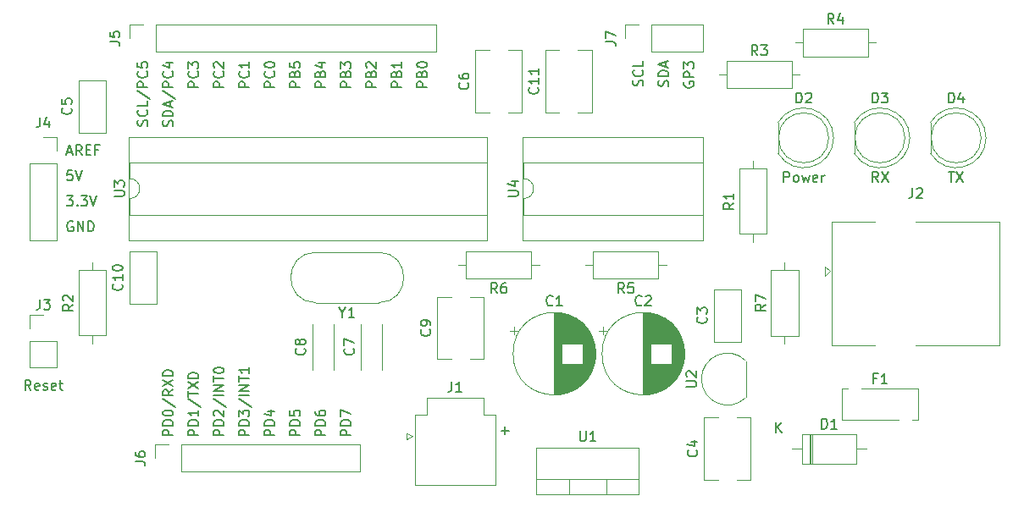
<source format=gbr>
G04 #@! TF.GenerationSoftware,KiCad,Pcbnew,(5.1.2)-2*
G04 #@! TF.CreationDate,2019-12-12T02:46:19+03:00*
G04 #@! TF.ProjectId,uController One,75436f6e-7472-46f6-9c6c-6572204f6e65,1*
G04 #@! TF.SameCoordinates,Original*
G04 #@! TF.FileFunction,Legend,Top*
G04 #@! TF.FilePolarity,Positive*
%FSLAX46Y46*%
G04 Gerber Fmt 4.6, Leading zero omitted, Abs format (unit mm)*
G04 Created by KiCad (PCBNEW (5.1.2)-2) date 2019-12-12 02:46:19*
%MOMM*%
%LPD*%
G04 APERTURE LIST*
%ADD10C,0.150000*%
%ADD11C,0.120000*%
G04 APERTURE END LIST*
D10*
X106449761Y-48812547D02*
X106497380Y-48669690D01*
X106497380Y-48431595D01*
X106449761Y-48336357D01*
X106402142Y-48288738D01*
X106306904Y-48241119D01*
X106211666Y-48241119D01*
X106116428Y-48288738D01*
X106068809Y-48336357D01*
X106021190Y-48431595D01*
X105973571Y-48622071D01*
X105925952Y-48717309D01*
X105878333Y-48764928D01*
X105783095Y-48812547D01*
X105687857Y-48812547D01*
X105592619Y-48764928D01*
X105545000Y-48717309D01*
X105497380Y-48622071D01*
X105497380Y-48383976D01*
X105545000Y-48241119D01*
X106497380Y-47812547D02*
X105497380Y-47812547D01*
X105497380Y-47574452D01*
X105545000Y-47431595D01*
X105640238Y-47336357D01*
X105735476Y-47288738D01*
X105925952Y-47241119D01*
X106068809Y-47241119D01*
X106259285Y-47288738D01*
X106354523Y-47336357D01*
X106449761Y-47431595D01*
X106497380Y-47574452D01*
X106497380Y-47812547D01*
X106211666Y-46860166D02*
X106211666Y-46383976D01*
X106497380Y-46955404D02*
X105497380Y-46622071D01*
X106497380Y-46288738D01*
X103909761Y-48764928D02*
X103957380Y-48622071D01*
X103957380Y-48383976D01*
X103909761Y-48288738D01*
X103862142Y-48241119D01*
X103766904Y-48193500D01*
X103671666Y-48193500D01*
X103576428Y-48241119D01*
X103528809Y-48288738D01*
X103481190Y-48383976D01*
X103433571Y-48574452D01*
X103385952Y-48669690D01*
X103338333Y-48717309D01*
X103243095Y-48764928D01*
X103147857Y-48764928D01*
X103052619Y-48717309D01*
X103005000Y-48669690D01*
X102957380Y-48574452D01*
X102957380Y-48336357D01*
X103005000Y-48193500D01*
X103862142Y-47193500D02*
X103909761Y-47241119D01*
X103957380Y-47383976D01*
X103957380Y-47479214D01*
X103909761Y-47622071D01*
X103814523Y-47717309D01*
X103719285Y-47764928D01*
X103528809Y-47812547D01*
X103385952Y-47812547D01*
X103195476Y-47764928D01*
X103100238Y-47717309D01*
X103005000Y-47622071D01*
X102957380Y-47479214D01*
X102957380Y-47383976D01*
X103005000Y-47241119D01*
X103052619Y-47193500D01*
X103957380Y-46288738D02*
X103957380Y-46764928D01*
X102957380Y-46764928D01*
X108085000Y-48383976D02*
X108037380Y-48479214D01*
X108037380Y-48622071D01*
X108085000Y-48764928D01*
X108180238Y-48860166D01*
X108275476Y-48907785D01*
X108465952Y-48955404D01*
X108608809Y-48955404D01*
X108799285Y-48907785D01*
X108894523Y-48860166D01*
X108989761Y-48764928D01*
X109037380Y-48622071D01*
X109037380Y-48526833D01*
X108989761Y-48383976D01*
X108942142Y-48336357D01*
X108608809Y-48336357D01*
X108608809Y-48526833D01*
X109037380Y-47907785D02*
X108037380Y-47907785D01*
X108037380Y-47526833D01*
X108085000Y-47431595D01*
X108132619Y-47383976D01*
X108227857Y-47336357D01*
X108370714Y-47336357D01*
X108465952Y-47383976D01*
X108513571Y-47431595D01*
X108561190Y-47526833D01*
X108561190Y-47907785D01*
X108037380Y-47003023D02*
X108037380Y-46383976D01*
X108418333Y-46717309D01*
X108418333Y-46574452D01*
X108465952Y-46479214D01*
X108513571Y-46431595D01*
X108608809Y-46383976D01*
X108846904Y-46383976D01*
X108942142Y-46431595D01*
X108989761Y-46479214D01*
X109037380Y-46574452D01*
X109037380Y-46860166D01*
X108989761Y-46955404D01*
X108942142Y-47003023D01*
X89784047Y-83251428D02*
X90545952Y-83251428D01*
X90165000Y-83632380D02*
X90165000Y-82870476D01*
X54374761Y-52764928D02*
X54422380Y-52622071D01*
X54422380Y-52383976D01*
X54374761Y-52288738D01*
X54327142Y-52241119D01*
X54231904Y-52193500D01*
X54136666Y-52193500D01*
X54041428Y-52241119D01*
X53993809Y-52288738D01*
X53946190Y-52383976D01*
X53898571Y-52574452D01*
X53850952Y-52669690D01*
X53803333Y-52717309D01*
X53708095Y-52764928D01*
X53612857Y-52764928D01*
X53517619Y-52717309D01*
X53470000Y-52669690D01*
X53422380Y-52574452D01*
X53422380Y-52336357D01*
X53470000Y-52193500D01*
X54327142Y-51193500D02*
X54374761Y-51241119D01*
X54422380Y-51383976D01*
X54422380Y-51479214D01*
X54374761Y-51622071D01*
X54279523Y-51717309D01*
X54184285Y-51764928D01*
X53993809Y-51812547D01*
X53850952Y-51812547D01*
X53660476Y-51764928D01*
X53565238Y-51717309D01*
X53470000Y-51622071D01*
X53422380Y-51479214D01*
X53422380Y-51383976D01*
X53470000Y-51241119D01*
X53517619Y-51193500D01*
X54422380Y-50288738D02*
X54422380Y-50764928D01*
X53422380Y-50764928D01*
X53374761Y-49241119D02*
X54660476Y-50098261D01*
X54422380Y-48907785D02*
X53422380Y-48907785D01*
X53422380Y-48526833D01*
X53470000Y-48431595D01*
X53517619Y-48383976D01*
X53612857Y-48336357D01*
X53755714Y-48336357D01*
X53850952Y-48383976D01*
X53898571Y-48431595D01*
X53946190Y-48526833D01*
X53946190Y-48907785D01*
X54327142Y-47336357D02*
X54374761Y-47383976D01*
X54422380Y-47526833D01*
X54422380Y-47622071D01*
X54374761Y-47764928D01*
X54279523Y-47860166D01*
X54184285Y-47907785D01*
X53993809Y-47955404D01*
X53850952Y-47955404D01*
X53660476Y-47907785D01*
X53565238Y-47860166D01*
X53470000Y-47764928D01*
X53422380Y-47622071D01*
X53422380Y-47526833D01*
X53470000Y-47383976D01*
X53517619Y-47336357D01*
X53422380Y-46431595D02*
X53422380Y-46907785D01*
X53898571Y-46955404D01*
X53850952Y-46907785D01*
X53803333Y-46812547D01*
X53803333Y-46574452D01*
X53850952Y-46479214D01*
X53898571Y-46431595D01*
X53993809Y-46383976D01*
X54231904Y-46383976D01*
X54327142Y-46431595D01*
X54374761Y-46479214D01*
X54422380Y-46574452D01*
X54422380Y-46812547D01*
X54374761Y-46907785D01*
X54327142Y-46955404D01*
X56914761Y-52812547D02*
X56962380Y-52669690D01*
X56962380Y-52431595D01*
X56914761Y-52336357D01*
X56867142Y-52288738D01*
X56771904Y-52241119D01*
X56676666Y-52241119D01*
X56581428Y-52288738D01*
X56533809Y-52336357D01*
X56486190Y-52431595D01*
X56438571Y-52622071D01*
X56390952Y-52717309D01*
X56343333Y-52764928D01*
X56248095Y-52812547D01*
X56152857Y-52812547D01*
X56057619Y-52764928D01*
X56010000Y-52717309D01*
X55962380Y-52622071D01*
X55962380Y-52383976D01*
X56010000Y-52241119D01*
X56962380Y-51812547D02*
X55962380Y-51812547D01*
X55962380Y-51574452D01*
X56010000Y-51431595D01*
X56105238Y-51336357D01*
X56200476Y-51288738D01*
X56390952Y-51241119D01*
X56533809Y-51241119D01*
X56724285Y-51288738D01*
X56819523Y-51336357D01*
X56914761Y-51431595D01*
X56962380Y-51574452D01*
X56962380Y-51812547D01*
X56676666Y-50860166D02*
X56676666Y-50383976D01*
X56962380Y-50955404D02*
X55962380Y-50622071D01*
X56962380Y-50288738D01*
X55914761Y-49241119D02*
X57200476Y-50098261D01*
X56962380Y-48907785D02*
X55962380Y-48907785D01*
X55962380Y-48526833D01*
X56010000Y-48431595D01*
X56057619Y-48383976D01*
X56152857Y-48336357D01*
X56295714Y-48336357D01*
X56390952Y-48383976D01*
X56438571Y-48431595D01*
X56486190Y-48526833D01*
X56486190Y-48907785D01*
X56867142Y-47336357D02*
X56914761Y-47383976D01*
X56962380Y-47526833D01*
X56962380Y-47622071D01*
X56914761Y-47764928D01*
X56819523Y-47860166D01*
X56724285Y-47907785D01*
X56533809Y-47955404D01*
X56390952Y-47955404D01*
X56200476Y-47907785D01*
X56105238Y-47860166D01*
X56010000Y-47764928D01*
X55962380Y-47622071D01*
X55962380Y-47526833D01*
X56010000Y-47383976D01*
X56057619Y-47336357D01*
X56295714Y-46479214D02*
X56962380Y-46479214D01*
X55914761Y-46717309D02*
X56629047Y-46955404D01*
X56629047Y-46336357D01*
X59502380Y-48907785D02*
X58502380Y-48907785D01*
X58502380Y-48526833D01*
X58550000Y-48431595D01*
X58597619Y-48383976D01*
X58692857Y-48336357D01*
X58835714Y-48336357D01*
X58930952Y-48383976D01*
X58978571Y-48431595D01*
X59026190Y-48526833D01*
X59026190Y-48907785D01*
X59407142Y-47336357D02*
X59454761Y-47383976D01*
X59502380Y-47526833D01*
X59502380Y-47622071D01*
X59454761Y-47764928D01*
X59359523Y-47860166D01*
X59264285Y-47907785D01*
X59073809Y-47955404D01*
X58930952Y-47955404D01*
X58740476Y-47907785D01*
X58645238Y-47860166D01*
X58550000Y-47764928D01*
X58502380Y-47622071D01*
X58502380Y-47526833D01*
X58550000Y-47383976D01*
X58597619Y-47336357D01*
X58502380Y-47003023D02*
X58502380Y-46383976D01*
X58883333Y-46717309D01*
X58883333Y-46574452D01*
X58930952Y-46479214D01*
X58978571Y-46431595D01*
X59073809Y-46383976D01*
X59311904Y-46383976D01*
X59407142Y-46431595D01*
X59454761Y-46479214D01*
X59502380Y-46574452D01*
X59502380Y-46860166D01*
X59454761Y-46955404D01*
X59407142Y-47003023D01*
X62042380Y-48907785D02*
X61042380Y-48907785D01*
X61042380Y-48526833D01*
X61090000Y-48431595D01*
X61137619Y-48383976D01*
X61232857Y-48336357D01*
X61375714Y-48336357D01*
X61470952Y-48383976D01*
X61518571Y-48431595D01*
X61566190Y-48526833D01*
X61566190Y-48907785D01*
X61947142Y-47336357D02*
X61994761Y-47383976D01*
X62042380Y-47526833D01*
X62042380Y-47622071D01*
X61994761Y-47764928D01*
X61899523Y-47860166D01*
X61804285Y-47907785D01*
X61613809Y-47955404D01*
X61470952Y-47955404D01*
X61280476Y-47907785D01*
X61185238Y-47860166D01*
X61090000Y-47764928D01*
X61042380Y-47622071D01*
X61042380Y-47526833D01*
X61090000Y-47383976D01*
X61137619Y-47336357D01*
X61137619Y-46955404D02*
X61090000Y-46907785D01*
X61042380Y-46812547D01*
X61042380Y-46574452D01*
X61090000Y-46479214D01*
X61137619Y-46431595D01*
X61232857Y-46383976D01*
X61328095Y-46383976D01*
X61470952Y-46431595D01*
X62042380Y-47003023D01*
X62042380Y-46383976D01*
X64582380Y-48907785D02*
X63582380Y-48907785D01*
X63582380Y-48526833D01*
X63630000Y-48431595D01*
X63677619Y-48383976D01*
X63772857Y-48336357D01*
X63915714Y-48336357D01*
X64010952Y-48383976D01*
X64058571Y-48431595D01*
X64106190Y-48526833D01*
X64106190Y-48907785D01*
X64487142Y-47336357D02*
X64534761Y-47383976D01*
X64582380Y-47526833D01*
X64582380Y-47622071D01*
X64534761Y-47764928D01*
X64439523Y-47860166D01*
X64344285Y-47907785D01*
X64153809Y-47955404D01*
X64010952Y-47955404D01*
X63820476Y-47907785D01*
X63725238Y-47860166D01*
X63630000Y-47764928D01*
X63582380Y-47622071D01*
X63582380Y-47526833D01*
X63630000Y-47383976D01*
X63677619Y-47336357D01*
X64582380Y-46383976D02*
X64582380Y-46955404D01*
X64582380Y-46669690D02*
X63582380Y-46669690D01*
X63725238Y-46764928D01*
X63820476Y-46860166D01*
X63868095Y-46955404D01*
X67122380Y-48907785D02*
X66122380Y-48907785D01*
X66122380Y-48526833D01*
X66170000Y-48431595D01*
X66217619Y-48383976D01*
X66312857Y-48336357D01*
X66455714Y-48336357D01*
X66550952Y-48383976D01*
X66598571Y-48431595D01*
X66646190Y-48526833D01*
X66646190Y-48907785D01*
X67027142Y-47336357D02*
X67074761Y-47383976D01*
X67122380Y-47526833D01*
X67122380Y-47622071D01*
X67074761Y-47764928D01*
X66979523Y-47860166D01*
X66884285Y-47907785D01*
X66693809Y-47955404D01*
X66550952Y-47955404D01*
X66360476Y-47907785D01*
X66265238Y-47860166D01*
X66170000Y-47764928D01*
X66122380Y-47622071D01*
X66122380Y-47526833D01*
X66170000Y-47383976D01*
X66217619Y-47336357D01*
X66122380Y-46717309D02*
X66122380Y-46622071D01*
X66170000Y-46526833D01*
X66217619Y-46479214D01*
X66312857Y-46431595D01*
X66503333Y-46383976D01*
X66741428Y-46383976D01*
X66931904Y-46431595D01*
X67027142Y-46479214D01*
X67074761Y-46526833D01*
X67122380Y-46622071D01*
X67122380Y-46717309D01*
X67074761Y-46812547D01*
X67027142Y-46860166D01*
X66931904Y-46907785D01*
X66741428Y-46955404D01*
X66503333Y-46955404D01*
X66312857Y-46907785D01*
X66217619Y-46860166D01*
X66170000Y-46812547D01*
X66122380Y-46717309D01*
X69662380Y-48907785D02*
X68662380Y-48907785D01*
X68662380Y-48526833D01*
X68710000Y-48431595D01*
X68757619Y-48383976D01*
X68852857Y-48336357D01*
X68995714Y-48336357D01*
X69090952Y-48383976D01*
X69138571Y-48431595D01*
X69186190Y-48526833D01*
X69186190Y-48907785D01*
X69138571Y-47574452D02*
X69186190Y-47431595D01*
X69233809Y-47383976D01*
X69329047Y-47336357D01*
X69471904Y-47336357D01*
X69567142Y-47383976D01*
X69614761Y-47431595D01*
X69662380Y-47526833D01*
X69662380Y-47907785D01*
X68662380Y-47907785D01*
X68662380Y-47574452D01*
X68710000Y-47479214D01*
X68757619Y-47431595D01*
X68852857Y-47383976D01*
X68948095Y-47383976D01*
X69043333Y-47431595D01*
X69090952Y-47479214D01*
X69138571Y-47574452D01*
X69138571Y-47907785D01*
X68662380Y-46431595D02*
X68662380Y-46907785D01*
X69138571Y-46955404D01*
X69090952Y-46907785D01*
X69043333Y-46812547D01*
X69043333Y-46574452D01*
X69090952Y-46479214D01*
X69138571Y-46431595D01*
X69233809Y-46383976D01*
X69471904Y-46383976D01*
X69567142Y-46431595D01*
X69614761Y-46479214D01*
X69662380Y-46574452D01*
X69662380Y-46812547D01*
X69614761Y-46907785D01*
X69567142Y-46955404D01*
X72202380Y-48907785D02*
X71202380Y-48907785D01*
X71202380Y-48526833D01*
X71250000Y-48431595D01*
X71297619Y-48383976D01*
X71392857Y-48336357D01*
X71535714Y-48336357D01*
X71630952Y-48383976D01*
X71678571Y-48431595D01*
X71726190Y-48526833D01*
X71726190Y-48907785D01*
X71678571Y-47574452D02*
X71726190Y-47431595D01*
X71773809Y-47383976D01*
X71869047Y-47336357D01*
X72011904Y-47336357D01*
X72107142Y-47383976D01*
X72154761Y-47431595D01*
X72202380Y-47526833D01*
X72202380Y-47907785D01*
X71202380Y-47907785D01*
X71202380Y-47574452D01*
X71250000Y-47479214D01*
X71297619Y-47431595D01*
X71392857Y-47383976D01*
X71488095Y-47383976D01*
X71583333Y-47431595D01*
X71630952Y-47479214D01*
X71678571Y-47574452D01*
X71678571Y-47907785D01*
X71535714Y-46479214D02*
X72202380Y-46479214D01*
X71154761Y-46717309D02*
X71869047Y-46955404D01*
X71869047Y-46336357D01*
X74742380Y-48907785D02*
X73742380Y-48907785D01*
X73742380Y-48526833D01*
X73790000Y-48431595D01*
X73837619Y-48383976D01*
X73932857Y-48336357D01*
X74075714Y-48336357D01*
X74170952Y-48383976D01*
X74218571Y-48431595D01*
X74266190Y-48526833D01*
X74266190Y-48907785D01*
X74218571Y-47574452D02*
X74266190Y-47431595D01*
X74313809Y-47383976D01*
X74409047Y-47336357D01*
X74551904Y-47336357D01*
X74647142Y-47383976D01*
X74694761Y-47431595D01*
X74742380Y-47526833D01*
X74742380Y-47907785D01*
X73742380Y-47907785D01*
X73742380Y-47574452D01*
X73790000Y-47479214D01*
X73837619Y-47431595D01*
X73932857Y-47383976D01*
X74028095Y-47383976D01*
X74123333Y-47431595D01*
X74170952Y-47479214D01*
X74218571Y-47574452D01*
X74218571Y-47907785D01*
X73742380Y-47003023D02*
X73742380Y-46383976D01*
X74123333Y-46717309D01*
X74123333Y-46574452D01*
X74170952Y-46479214D01*
X74218571Y-46431595D01*
X74313809Y-46383976D01*
X74551904Y-46383976D01*
X74647142Y-46431595D01*
X74694761Y-46479214D01*
X74742380Y-46574452D01*
X74742380Y-46860166D01*
X74694761Y-46955404D01*
X74647142Y-47003023D01*
X77282380Y-48907785D02*
X76282380Y-48907785D01*
X76282380Y-48526833D01*
X76330000Y-48431595D01*
X76377619Y-48383976D01*
X76472857Y-48336357D01*
X76615714Y-48336357D01*
X76710952Y-48383976D01*
X76758571Y-48431595D01*
X76806190Y-48526833D01*
X76806190Y-48907785D01*
X76758571Y-47574452D02*
X76806190Y-47431595D01*
X76853809Y-47383976D01*
X76949047Y-47336357D01*
X77091904Y-47336357D01*
X77187142Y-47383976D01*
X77234761Y-47431595D01*
X77282380Y-47526833D01*
X77282380Y-47907785D01*
X76282380Y-47907785D01*
X76282380Y-47574452D01*
X76330000Y-47479214D01*
X76377619Y-47431595D01*
X76472857Y-47383976D01*
X76568095Y-47383976D01*
X76663333Y-47431595D01*
X76710952Y-47479214D01*
X76758571Y-47574452D01*
X76758571Y-47907785D01*
X76377619Y-46955404D02*
X76330000Y-46907785D01*
X76282380Y-46812547D01*
X76282380Y-46574452D01*
X76330000Y-46479214D01*
X76377619Y-46431595D01*
X76472857Y-46383976D01*
X76568095Y-46383976D01*
X76710952Y-46431595D01*
X77282380Y-47003023D01*
X77282380Y-46383976D01*
X79822380Y-48907785D02*
X78822380Y-48907785D01*
X78822380Y-48526833D01*
X78870000Y-48431595D01*
X78917619Y-48383976D01*
X79012857Y-48336357D01*
X79155714Y-48336357D01*
X79250952Y-48383976D01*
X79298571Y-48431595D01*
X79346190Y-48526833D01*
X79346190Y-48907785D01*
X79298571Y-47574452D02*
X79346190Y-47431595D01*
X79393809Y-47383976D01*
X79489047Y-47336357D01*
X79631904Y-47336357D01*
X79727142Y-47383976D01*
X79774761Y-47431595D01*
X79822380Y-47526833D01*
X79822380Y-47907785D01*
X78822380Y-47907785D01*
X78822380Y-47574452D01*
X78870000Y-47479214D01*
X78917619Y-47431595D01*
X79012857Y-47383976D01*
X79108095Y-47383976D01*
X79203333Y-47431595D01*
X79250952Y-47479214D01*
X79298571Y-47574452D01*
X79298571Y-47907785D01*
X79822380Y-46383976D02*
X79822380Y-46955404D01*
X79822380Y-46669690D02*
X78822380Y-46669690D01*
X78965238Y-46764928D01*
X79060476Y-46860166D01*
X79108095Y-46955404D01*
X82362380Y-48907785D02*
X81362380Y-48907785D01*
X81362380Y-48526833D01*
X81410000Y-48431595D01*
X81457619Y-48383976D01*
X81552857Y-48336357D01*
X81695714Y-48336357D01*
X81790952Y-48383976D01*
X81838571Y-48431595D01*
X81886190Y-48526833D01*
X81886190Y-48907785D01*
X81838571Y-47574452D02*
X81886190Y-47431595D01*
X81933809Y-47383976D01*
X82029047Y-47336357D01*
X82171904Y-47336357D01*
X82267142Y-47383976D01*
X82314761Y-47431595D01*
X82362380Y-47526833D01*
X82362380Y-47907785D01*
X81362380Y-47907785D01*
X81362380Y-47574452D01*
X81410000Y-47479214D01*
X81457619Y-47431595D01*
X81552857Y-47383976D01*
X81648095Y-47383976D01*
X81743333Y-47431595D01*
X81790952Y-47479214D01*
X81838571Y-47574452D01*
X81838571Y-47907785D01*
X81362380Y-46717309D02*
X81362380Y-46622071D01*
X81410000Y-46526833D01*
X81457619Y-46479214D01*
X81552857Y-46431595D01*
X81743333Y-46383976D01*
X81981428Y-46383976D01*
X82171904Y-46431595D01*
X82267142Y-46479214D01*
X82314761Y-46526833D01*
X82362380Y-46622071D01*
X82362380Y-46717309D01*
X82314761Y-46812547D01*
X82267142Y-46860166D01*
X82171904Y-46907785D01*
X81981428Y-46955404D01*
X81743333Y-46955404D01*
X81552857Y-46907785D01*
X81457619Y-46860166D01*
X81410000Y-46812547D01*
X81362380Y-46717309D01*
X42761904Y-79192380D02*
X42428571Y-78716190D01*
X42190476Y-79192380D02*
X42190476Y-78192380D01*
X42571428Y-78192380D01*
X42666666Y-78240000D01*
X42714285Y-78287619D01*
X42761904Y-78382857D01*
X42761904Y-78525714D01*
X42714285Y-78620952D01*
X42666666Y-78668571D01*
X42571428Y-78716190D01*
X42190476Y-78716190D01*
X43571428Y-79144761D02*
X43476190Y-79192380D01*
X43285714Y-79192380D01*
X43190476Y-79144761D01*
X43142857Y-79049523D01*
X43142857Y-78668571D01*
X43190476Y-78573333D01*
X43285714Y-78525714D01*
X43476190Y-78525714D01*
X43571428Y-78573333D01*
X43619047Y-78668571D01*
X43619047Y-78763809D01*
X43142857Y-78859047D01*
X44000000Y-79144761D02*
X44095238Y-79192380D01*
X44285714Y-79192380D01*
X44380952Y-79144761D01*
X44428571Y-79049523D01*
X44428571Y-79001904D01*
X44380952Y-78906666D01*
X44285714Y-78859047D01*
X44142857Y-78859047D01*
X44047619Y-78811428D01*
X44000000Y-78716190D01*
X44000000Y-78668571D01*
X44047619Y-78573333D01*
X44142857Y-78525714D01*
X44285714Y-78525714D01*
X44380952Y-78573333D01*
X45238095Y-79144761D02*
X45142857Y-79192380D01*
X44952380Y-79192380D01*
X44857142Y-79144761D01*
X44809523Y-79049523D01*
X44809523Y-78668571D01*
X44857142Y-78573333D01*
X44952380Y-78525714D01*
X45142857Y-78525714D01*
X45238095Y-78573333D01*
X45285714Y-78668571D01*
X45285714Y-78763809D01*
X44809523Y-78859047D01*
X45571428Y-78525714D02*
X45952380Y-78525714D01*
X45714285Y-78192380D02*
X45714285Y-79049523D01*
X45761904Y-79144761D01*
X45857142Y-79192380D01*
X45952380Y-79192380D01*
X74742380Y-83733404D02*
X73742380Y-83733404D01*
X73742380Y-83352452D01*
X73790000Y-83257214D01*
X73837619Y-83209595D01*
X73932857Y-83161976D01*
X74075714Y-83161976D01*
X74170952Y-83209595D01*
X74218571Y-83257214D01*
X74266190Y-83352452D01*
X74266190Y-83733404D01*
X74742380Y-82733404D02*
X73742380Y-82733404D01*
X73742380Y-82495309D01*
X73790000Y-82352452D01*
X73885238Y-82257214D01*
X73980476Y-82209595D01*
X74170952Y-82161976D01*
X74313809Y-82161976D01*
X74504285Y-82209595D01*
X74599523Y-82257214D01*
X74694761Y-82352452D01*
X74742380Y-82495309D01*
X74742380Y-82733404D01*
X73742380Y-81828642D02*
X73742380Y-81161976D01*
X74742380Y-81590547D01*
X72202380Y-83733404D02*
X71202380Y-83733404D01*
X71202380Y-83352452D01*
X71250000Y-83257214D01*
X71297619Y-83209595D01*
X71392857Y-83161976D01*
X71535714Y-83161976D01*
X71630952Y-83209595D01*
X71678571Y-83257214D01*
X71726190Y-83352452D01*
X71726190Y-83733404D01*
X72202380Y-82733404D02*
X71202380Y-82733404D01*
X71202380Y-82495309D01*
X71250000Y-82352452D01*
X71345238Y-82257214D01*
X71440476Y-82209595D01*
X71630952Y-82161976D01*
X71773809Y-82161976D01*
X71964285Y-82209595D01*
X72059523Y-82257214D01*
X72154761Y-82352452D01*
X72202380Y-82495309D01*
X72202380Y-82733404D01*
X71202380Y-81304833D02*
X71202380Y-81495309D01*
X71250000Y-81590547D01*
X71297619Y-81638166D01*
X71440476Y-81733404D01*
X71630952Y-81781023D01*
X72011904Y-81781023D01*
X72107142Y-81733404D01*
X72154761Y-81685785D01*
X72202380Y-81590547D01*
X72202380Y-81400071D01*
X72154761Y-81304833D01*
X72107142Y-81257214D01*
X72011904Y-81209595D01*
X71773809Y-81209595D01*
X71678571Y-81257214D01*
X71630952Y-81304833D01*
X71583333Y-81400071D01*
X71583333Y-81590547D01*
X71630952Y-81685785D01*
X71678571Y-81733404D01*
X71773809Y-81781023D01*
X69662380Y-83733404D02*
X68662380Y-83733404D01*
X68662380Y-83352452D01*
X68710000Y-83257214D01*
X68757619Y-83209595D01*
X68852857Y-83161976D01*
X68995714Y-83161976D01*
X69090952Y-83209595D01*
X69138571Y-83257214D01*
X69186190Y-83352452D01*
X69186190Y-83733404D01*
X69662380Y-82733404D02*
X68662380Y-82733404D01*
X68662380Y-82495309D01*
X68710000Y-82352452D01*
X68805238Y-82257214D01*
X68900476Y-82209595D01*
X69090952Y-82161976D01*
X69233809Y-82161976D01*
X69424285Y-82209595D01*
X69519523Y-82257214D01*
X69614761Y-82352452D01*
X69662380Y-82495309D01*
X69662380Y-82733404D01*
X68662380Y-81257214D02*
X68662380Y-81733404D01*
X69138571Y-81781023D01*
X69090952Y-81733404D01*
X69043333Y-81638166D01*
X69043333Y-81400071D01*
X69090952Y-81304833D01*
X69138571Y-81257214D01*
X69233809Y-81209595D01*
X69471904Y-81209595D01*
X69567142Y-81257214D01*
X69614761Y-81304833D01*
X69662380Y-81400071D01*
X69662380Y-81638166D01*
X69614761Y-81733404D01*
X69567142Y-81781023D01*
X67122380Y-83733404D02*
X66122380Y-83733404D01*
X66122380Y-83352452D01*
X66170000Y-83257214D01*
X66217619Y-83209595D01*
X66312857Y-83161976D01*
X66455714Y-83161976D01*
X66550952Y-83209595D01*
X66598571Y-83257214D01*
X66646190Y-83352452D01*
X66646190Y-83733404D01*
X67122380Y-82733404D02*
X66122380Y-82733404D01*
X66122380Y-82495309D01*
X66170000Y-82352452D01*
X66265238Y-82257214D01*
X66360476Y-82209595D01*
X66550952Y-82161976D01*
X66693809Y-82161976D01*
X66884285Y-82209595D01*
X66979523Y-82257214D01*
X67074761Y-82352452D01*
X67122380Y-82495309D01*
X67122380Y-82733404D01*
X66455714Y-81304833D02*
X67122380Y-81304833D01*
X66074761Y-81542928D02*
X66789047Y-81781023D01*
X66789047Y-81161976D01*
X64582380Y-83733404D02*
X63582380Y-83733404D01*
X63582380Y-83352452D01*
X63630000Y-83257214D01*
X63677619Y-83209595D01*
X63772857Y-83161976D01*
X63915714Y-83161976D01*
X64010952Y-83209595D01*
X64058571Y-83257214D01*
X64106190Y-83352452D01*
X64106190Y-83733404D01*
X64582380Y-82733404D02*
X63582380Y-82733404D01*
X63582380Y-82495309D01*
X63630000Y-82352452D01*
X63725238Y-82257214D01*
X63820476Y-82209595D01*
X64010952Y-82161976D01*
X64153809Y-82161976D01*
X64344285Y-82209595D01*
X64439523Y-82257214D01*
X64534761Y-82352452D01*
X64582380Y-82495309D01*
X64582380Y-82733404D01*
X63582380Y-81828642D02*
X63582380Y-81209595D01*
X63963333Y-81542928D01*
X63963333Y-81400071D01*
X64010952Y-81304833D01*
X64058571Y-81257214D01*
X64153809Y-81209595D01*
X64391904Y-81209595D01*
X64487142Y-81257214D01*
X64534761Y-81304833D01*
X64582380Y-81400071D01*
X64582380Y-81685785D01*
X64534761Y-81781023D01*
X64487142Y-81828642D01*
X63534761Y-80066738D02*
X64820476Y-80923880D01*
X64582380Y-79733404D02*
X63582380Y-79733404D01*
X64582380Y-79257214D02*
X63582380Y-79257214D01*
X64582380Y-78685785D01*
X63582380Y-78685785D01*
X63582380Y-78352452D02*
X63582380Y-77781023D01*
X64582380Y-78066738D02*
X63582380Y-78066738D01*
X64582380Y-76923880D02*
X64582380Y-77495309D01*
X64582380Y-77209595D02*
X63582380Y-77209595D01*
X63725238Y-77304833D01*
X63820476Y-77400071D01*
X63868095Y-77495309D01*
X62042380Y-83733404D02*
X61042380Y-83733404D01*
X61042380Y-83352452D01*
X61090000Y-83257214D01*
X61137619Y-83209595D01*
X61232857Y-83161976D01*
X61375714Y-83161976D01*
X61470952Y-83209595D01*
X61518571Y-83257214D01*
X61566190Y-83352452D01*
X61566190Y-83733404D01*
X62042380Y-82733404D02*
X61042380Y-82733404D01*
X61042380Y-82495309D01*
X61090000Y-82352452D01*
X61185238Y-82257214D01*
X61280476Y-82209595D01*
X61470952Y-82161976D01*
X61613809Y-82161976D01*
X61804285Y-82209595D01*
X61899523Y-82257214D01*
X61994761Y-82352452D01*
X62042380Y-82495309D01*
X62042380Y-82733404D01*
X61137619Y-81781023D02*
X61090000Y-81733404D01*
X61042380Y-81638166D01*
X61042380Y-81400071D01*
X61090000Y-81304833D01*
X61137619Y-81257214D01*
X61232857Y-81209595D01*
X61328095Y-81209595D01*
X61470952Y-81257214D01*
X62042380Y-81828642D01*
X62042380Y-81209595D01*
X60994761Y-80066738D02*
X62280476Y-80923880D01*
X62042380Y-79733404D02*
X61042380Y-79733404D01*
X62042380Y-79257214D02*
X61042380Y-79257214D01*
X62042380Y-78685785D01*
X61042380Y-78685785D01*
X61042380Y-78352452D02*
X61042380Y-77781023D01*
X62042380Y-78066738D02*
X61042380Y-78066738D01*
X61042380Y-77257214D02*
X61042380Y-77161976D01*
X61090000Y-77066738D01*
X61137619Y-77019119D01*
X61232857Y-76971500D01*
X61423333Y-76923880D01*
X61661428Y-76923880D01*
X61851904Y-76971500D01*
X61947142Y-77019119D01*
X61994761Y-77066738D01*
X62042380Y-77161976D01*
X62042380Y-77257214D01*
X61994761Y-77352452D01*
X61947142Y-77400071D01*
X61851904Y-77447690D01*
X61661428Y-77495309D01*
X61423333Y-77495309D01*
X61232857Y-77447690D01*
X61137619Y-77400071D01*
X61090000Y-77352452D01*
X61042380Y-77257214D01*
X59502380Y-83733404D02*
X58502380Y-83733404D01*
X58502380Y-83352452D01*
X58550000Y-83257214D01*
X58597619Y-83209595D01*
X58692857Y-83161976D01*
X58835714Y-83161976D01*
X58930952Y-83209595D01*
X58978571Y-83257214D01*
X59026190Y-83352452D01*
X59026190Y-83733404D01*
X59502380Y-82733404D02*
X58502380Y-82733404D01*
X58502380Y-82495309D01*
X58550000Y-82352452D01*
X58645238Y-82257214D01*
X58740476Y-82209595D01*
X58930952Y-82161976D01*
X59073809Y-82161976D01*
X59264285Y-82209595D01*
X59359523Y-82257214D01*
X59454761Y-82352452D01*
X59502380Y-82495309D01*
X59502380Y-82733404D01*
X59502380Y-81209595D02*
X59502380Y-81781023D01*
X59502380Y-81495309D02*
X58502380Y-81495309D01*
X58645238Y-81590547D01*
X58740476Y-81685785D01*
X58788095Y-81781023D01*
X58454761Y-80066738D02*
X59740476Y-80923880D01*
X58502380Y-79876261D02*
X58502380Y-79304833D01*
X59502380Y-79590547D02*
X58502380Y-79590547D01*
X58502380Y-79066738D02*
X59502380Y-78400071D01*
X58502380Y-78400071D02*
X59502380Y-79066738D01*
X59502380Y-78019119D02*
X58502380Y-78019119D01*
X58502380Y-77781023D01*
X58550000Y-77638166D01*
X58645238Y-77542928D01*
X58740476Y-77495309D01*
X58930952Y-77447690D01*
X59073809Y-77447690D01*
X59264285Y-77495309D01*
X59359523Y-77542928D01*
X59454761Y-77638166D01*
X59502380Y-77781023D01*
X59502380Y-78019119D01*
X56962380Y-83733404D02*
X55962380Y-83733404D01*
X55962380Y-83352452D01*
X56010000Y-83257214D01*
X56057619Y-83209595D01*
X56152857Y-83161976D01*
X56295714Y-83161976D01*
X56390952Y-83209595D01*
X56438571Y-83257214D01*
X56486190Y-83352452D01*
X56486190Y-83733404D01*
X56962380Y-82733404D02*
X55962380Y-82733404D01*
X55962380Y-82495309D01*
X56010000Y-82352452D01*
X56105238Y-82257214D01*
X56200476Y-82209595D01*
X56390952Y-82161976D01*
X56533809Y-82161976D01*
X56724285Y-82209595D01*
X56819523Y-82257214D01*
X56914761Y-82352452D01*
X56962380Y-82495309D01*
X56962380Y-82733404D01*
X55962380Y-81542928D02*
X55962380Y-81447690D01*
X56010000Y-81352452D01*
X56057619Y-81304833D01*
X56152857Y-81257214D01*
X56343333Y-81209595D01*
X56581428Y-81209595D01*
X56771904Y-81257214D01*
X56867142Y-81304833D01*
X56914761Y-81352452D01*
X56962380Y-81447690D01*
X56962380Y-81542928D01*
X56914761Y-81638166D01*
X56867142Y-81685785D01*
X56771904Y-81733404D01*
X56581428Y-81781023D01*
X56343333Y-81781023D01*
X56152857Y-81733404D01*
X56057619Y-81685785D01*
X56010000Y-81638166D01*
X55962380Y-81542928D01*
X55914761Y-80066738D02*
X57200476Y-80923880D01*
X56962380Y-79161976D02*
X56486190Y-79495309D01*
X56962380Y-79733404D02*
X55962380Y-79733404D01*
X55962380Y-79352452D01*
X56010000Y-79257214D01*
X56057619Y-79209595D01*
X56152857Y-79161976D01*
X56295714Y-79161976D01*
X56390952Y-79209595D01*
X56438571Y-79257214D01*
X56486190Y-79352452D01*
X56486190Y-79733404D01*
X55962380Y-78828642D02*
X56962380Y-78161976D01*
X55962380Y-78161976D02*
X56962380Y-78828642D01*
X56962380Y-77781023D02*
X55962380Y-77781023D01*
X55962380Y-77542928D01*
X56010000Y-77400071D01*
X56105238Y-77304833D01*
X56200476Y-77257214D01*
X56390952Y-77209595D01*
X56533809Y-77209595D01*
X56724285Y-77257214D01*
X56819523Y-77304833D01*
X56914761Y-77400071D01*
X56962380Y-77542928D01*
X56962380Y-77781023D01*
X46955404Y-62360000D02*
X46860166Y-62312380D01*
X46717309Y-62312380D01*
X46574452Y-62360000D01*
X46479214Y-62455238D01*
X46431595Y-62550476D01*
X46383976Y-62740952D01*
X46383976Y-62883809D01*
X46431595Y-63074285D01*
X46479214Y-63169523D01*
X46574452Y-63264761D01*
X46717309Y-63312380D01*
X46812547Y-63312380D01*
X46955404Y-63264761D01*
X47003023Y-63217142D01*
X47003023Y-62883809D01*
X46812547Y-62883809D01*
X47431595Y-63312380D02*
X47431595Y-62312380D01*
X48003023Y-63312380D01*
X48003023Y-62312380D01*
X48479214Y-63312380D02*
X48479214Y-62312380D01*
X48717309Y-62312380D01*
X48860166Y-62360000D01*
X48955404Y-62455238D01*
X49003023Y-62550476D01*
X49050642Y-62740952D01*
X49050642Y-62883809D01*
X49003023Y-63074285D01*
X48955404Y-63169523D01*
X48860166Y-63264761D01*
X48717309Y-63312380D01*
X48479214Y-63312380D01*
X46388976Y-55411666D02*
X46865166Y-55411666D01*
X46293738Y-55697380D02*
X46627071Y-54697380D01*
X46960404Y-55697380D01*
X47865166Y-55697380D02*
X47531833Y-55221190D01*
X47293738Y-55697380D02*
X47293738Y-54697380D01*
X47674690Y-54697380D01*
X47769928Y-54745000D01*
X47817547Y-54792619D01*
X47865166Y-54887857D01*
X47865166Y-55030714D01*
X47817547Y-55125952D01*
X47769928Y-55173571D01*
X47674690Y-55221190D01*
X47293738Y-55221190D01*
X48293738Y-55173571D02*
X48627071Y-55173571D01*
X48769928Y-55697380D02*
X48293738Y-55697380D01*
X48293738Y-54697380D01*
X48769928Y-54697380D01*
X49531833Y-55173571D02*
X49198500Y-55173571D01*
X49198500Y-55697380D02*
X49198500Y-54697380D01*
X49674690Y-54697380D01*
X46907785Y-57232380D02*
X46431595Y-57232380D01*
X46383976Y-57708571D01*
X46431595Y-57660952D01*
X46526833Y-57613333D01*
X46764928Y-57613333D01*
X46860166Y-57660952D01*
X46907785Y-57708571D01*
X46955404Y-57803809D01*
X46955404Y-58041904D01*
X46907785Y-58137142D01*
X46860166Y-58184761D01*
X46764928Y-58232380D01*
X46526833Y-58232380D01*
X46431595Y-58184761D01*
X46383976Y-58137142D01*
X47241119Y-57232380D02*
X47574452Y-58232380D01*
X47907785Y-57232380D01*
X46341357Y-59777380D02*
X46960404Y-59777380D01*
X46627071Y-60158333D01*
X46769928Y-60158333D01*
X46865166Y-60205952D01*
X46912785Y-60253571D01*
X46960404Y-60348809D01*
X46960404Y-60586904D01*
X46912785Y-60682142D01*
X46865166Y-60729761D01*
X46769928Y-60777380D01*
X46484214Y-60777380D01*
X46388976Y-60729761D01*
X46341357Y-60682142D01*
X47388976Y-60682142D02*
X47436595Y-60729761D01*
X47388976Y-60777380D01*
X47341357Y-60729761D01*
X47388976Y-60682142D01*
X47388976Y-60777380D01*
X47769928Y-59777380D02*
X48388976Y-59777380D01*
X48055642Y-60158333D01*
X48198500Y-60158333D01*
X48293738Y-60205952D01*
X48341357Y-60253571D01*
X48388976Y-60348809D01*
X48388976Y-60586904D01*
X48341357Y-60682142D01*
X48293738Y-60729761D01*
X48198500Y-60777380D01*
X47912785Y-60777380D01*
X47817547Y-60729761D01*
X47769928Y-60682142D01*
X48674690Y-59777380D02*
X49008023Y-60777380D01*
X49341357Y-59777380D01*
D11*
X77515000Y-70465000D02*
X71265000Y-70465000D01*
X77515000Y-65415000D02*
X71265000Y-65415000D01*
X77515000Y-65415000D02*
G75*
G02X77515000Y-70465000I0J-2525000D01*
G01*
X71265000Y-65415000D02*
G75*
G03X71265000Y-70465000I0J-2525000D01*
G01*
X91080302Y-72845000D02*
X91080302Y-73645000D01*
X90680302Y-73245000D02*
X91480302Y-73245000D01*
X99171000Y-75027000D02*
X99171000Y-76093000D01*
X99131000Y-74792000D02*
X99131000Y-76328000D01*
X99091000Y-74612000D02*
X99091000Y-76508000D01*
X99051000Y-74462000D02*
X99051000Y-76658000D01*
X99011000Y-74331000D02*
X99011000Y-76789000D01*
X98971000Y-74214000D02*
X98971000Y-76906000D01*
X98931000Y-74107000D02*
X98931000Y-77013000D01*
X98891000Y-74008000D02*
X98891000Y-77112000D01*
X98851000Y-73915000D02*
X98851000Y-77205000D01*
X98811000Y-73829000D02*
X98811000Y-77291000D01*
X98771000Y-73747000D02*
X98771000Y-77373000D01*
X98731000Y-73670000D02*
X98731000Y-77450000D01*
X98691000Y-73596000D02*
X98691000Y-77524000D01*
X98651000Y-73526000D02*
X98651000Y-77594000D01*
X98611000Y-73458000D02*
X98611000Y-77662000D01*
X98571000Y-73394000D02*
X98571000Y-77726000D01*
X98531000Y-73332000D02*
X98531000Y-77788000D01*
X98491000Y-73273000D02*
X98491000Y-77847000D01*
X98451000Y-73215000D02*
X98451000Y-77905000D01*
X98411000Y-73160000D02*
X98411000Y-77960000D01*
X98371000Y-73106000D02*
X98371000Y-78014000D01*
X98331000Y-73055000D02*
X98331000Y-78065000D01*
X98291000Y-73004000D02*
X98291000Y-78116000D01*
X98251000Y-72956000D02*
X98251000Y-78164000D01*
X98211000Y-72909000D02*
X98211000Y-78211000D01*
X98171000Y-72863000D02*
X98171000Y-78257000D01*
X98131000Y-72819000D02*
X98131000Y-78301000D01*
X98091000Y-72776000D02*
X98091000Y-78344000D01*
X98051000Y-72734000D02*
X98051000Y-78386000D01*
X98011000Y-72693000D02*
X98011000Y-78427000D01*
X97971000Y-72653000D02*
X97971000Y-78467000D01*
X97931000Y-72615000D02*
X97931000Y-78505000D01*
X97891000Y-72577000D02*
X97891000Y-78543000D01*
X97851000Y-76600000D02*
X97851000Y-78579000D01*
X97851000Y-72541000D02*
X97851000Y-74520000D01*
X97811000Y-76600000D02*
X97811000Y-78615000D01*
X97811000Y-72505000D02*
X97811000Y-74520000D01*
X97771000Y-76600000D02*
X97771000Y-78650000D01*
X97771000Y-72470000D02*
X97771000Y-74520000D01*
X97731000Y-76600000D02*
X97731000Y-78684000D01*
X97731000Y-72436000D02*
X97731000Y-74520000D01*
X97691000Y-76600000D02*
X97691000Y-78716000D01*
X97691000Y-72404000D02*
X97691000Y-74520000D01*
X97651000Y-76600000D02*
X97651000Y-78749000D01*
X97651000Y-72371000D02*
X97651000Y-74520000D01*
X97611000Y-76600000D02*
X97611000Y-78780000D01*
X97611000Y-72340000D02*
X97611000Y-74520000D01*
X97571000Y-76600000D02*
X97571000Y-78810000D01*
X97571000Y-72310000D02*
X97571000Y-74520000D01*
X97531000Y-76600000D02*
X97531000Y-78840000D01*
X97531000Y-72280000D02*
X97531000Y-74520000D01*
X97491000Y-76600000D02*
X97491000Y-78869000D01*
X97491000Y-72251000D02*
X97491000Y-74520000D01*
X97451000Y-76600000D02*
X97451000Y-78898000D01*
X97451000Y-72222000D02*
X97451000Y-74520000D01*
X97411000Y-76600000D02*
X97411000Y-78925000D01*
X97411000Y-72195000D02*
X97411000Y-74520000D01*
X97371000Y-76600000D02*
X97371000Y-78952000D01*
X97371000Y-72168000D02*
X97371000Y-74520000D01*
X97331000Y-76600000D02*
X97331000Y-78978000D01*
X97331000Y-72142000D02*
X97331000Y-74520000D01*
X97291000Y-76600000D02*
X97291000Y-79004000D01*
X97291000Y-72116000D02*
X97291000Y-74520000D01*
X97251000Y-76600000D02*
X97251000Y-79029000D01*
X97251000Y-72091000D02*
X97251000Y-74520000D01*
X97211000Y-76600000D02*
X97211000Y-79053000D01*
X97211000Y-72067000D02*
X97211000Y-74520000D01*
X97171000Y-76600000D02*
X97171000Y-79077000D01*
X97171000Y-72043000D02*
X97171000Y-74520000D01*
X97131000Y-76600000D02*
X97131000Y-79100000D01*
X97131000Y-72020000D02*
X97131000Y-74520000D01*
X97091000Y-76600000D02*
X97091000Y-79122000D01*
X97091000Y-71998000D02*
X97091000Y-74520000D01*
X97051000Y-76600000D02*
X97051000Y-79144000D01*
X97051000Y-71976000D02*
X97051000Y-74520000D01*
X97011000Y-76600000D02*
X97011000Y-79166000D01*
X97011000Y-71954000D02*
X97011000Y-74520000D01*
X96971000Y-76600000D02*
X96971000Y-79187000D01*
X96971000Y-71933000D02*
X96971000Y-74520000D01*
X96931000Y-76600000D02*
X96931000Y-79207000D01*
X96931000Y-71913000D02*
X96931000Y-74520000D01*
X96891000Y-76600000D02*
X96891000Y-79226000D01*
X96891000Y-71894000D02*
X96891000Y-74520000D01*
X96851000Y-76600000D02*
X96851000Y-79246000D01*
X96851000Y-71874000D02*
X96851000Y-74520000D01*
X96811000Y-76600000D02*
X96811000Y-79264000D01*
X96811000Y-71856000D02*
X96811000Y-74520000D01*
X96771000Y-76600000D02*
X96771000Y-79282000D01*
X96771000Y-71838000D02*
X96771000Y-74520000D01*
X96731000Y-76600000D02*
X96731000Y-79300000D01*
X96731000Y-71820000D02*
X96731000Y-74520000D01*
X96691000Y-76600000D02*
X96691000Y-79317000D01*
X96691000Y-71803000D02*
X96691000Y-74520000D01*
X96651000Y-76600000D02*
X96651000Y-79334000D01*
X96651000Y-71786000D02*
X96651000Y-74520000D01*
X96611000Y-76600000D02*
X96611000Y-79350000D01*
X96611000Y-71770000D02*
X96611000Y-74520000D01*
X96571000Y-76600000D02*
X96571000Y-79365000D01*
X96571000Y-71755000D02*
X96571000Y-74520000D01*
X96531000Y-76600000D02*
X96531000Y-79381000D01*
X96531000Y-71739000D02*
X96531000Y-74520000D01*
X96491000Y-76600000D02*
X96491000Y-79395000D01*
X96491000Y-71725000D02*
X96491000Y-74520000D01*
X96451000Y-76600000D02*
X96451000Y-79410000D01*
X96451000Y-71710000D02*
X96451000Y-74520000D01*
X96411000Y-76600000D02*
X96411000Y-79423000D01*
X96411000Y-71697000D02*
X96411000Y-74520000D01*
X96371000Y-76600000D02*
X96371000Y-79437000D01*
X96371000Y-71683000D02*
X96371000Y-74520000D01*
X96331000Y-76600000D02*
X96331000Y-79449000D01*
X96331000Y-71671000D02*
X96331000Y-74520000D01*
X96291000Y-76600000D02*
X96291000Y-79462000D01*
X96291000Y-71658000D02*
X96291000Y-74520000D01*
X96251000Y-76600000D02*
X96251000Y-79474000D01*
X96251000Y-71646000D02*
X96251000Y-74520000D01*
X96211000Y-76600000D02*
X96211000Y-79485000D01*
X96211000Y-71635000D02*
X96211000Y-74520000D01*
X96171000Y-76600000D02*
X96171000Y-79496000D01*
X96171000Y-71624000D02*
X96171000Y-74520000D01*
X96131000Y-76600000D02*
X96131000Y-79507000D01*
X96131000Y-71613000D02*
X96131000Y-74520000D01*
X96091000Y-76600000D02*
X96091000Y-79517000D01*
X96091000Y-71603000D02*
X96091000Y-74520000D01*
X96051000Y-76600000D02*
X96051000Y-79527000D01*
X96051000Y-71593000D02*
X96051000Y-74520000D01*
X96011000Y-76600000D02*
X96011000Y-79536000D01*
X96011000Y-71584000D02*
X96011000Y-74520000D01*
X95971000Y-76600000D02*
X95971000Y-79545000D01*
X95971000Y-71575000D02*
X95971000Y-74520000D01*
X95931000Y-76600000D02*
X95931000Y-79554000D01*
X95931000Y-71566000D02*
X95931000Y-74520000D01*
X95891000Y-76600000D02*
X95891000Y-79562000D01*
X95891000Y-71558000D02*
X95891000Y-74520000D01*
X95851000Y-76600000D02*
X95851000Y-79570000D01*
X95851000Y-71550000D02*
X95851000Y-74520000D01*
X95811000Y-76600000D02*
X95811000Y-79577000D01*
X95811000Y-71543000D02*
X95811000Y-74520000D01*
X95770000Y-71536000D02*
X95770000Y-79584000D01*
X95730000Y-71530000D02*
X95730000Y-79590000D01*
X95690000Y-71523000D02*
X95690000Y-79597000D01*
X95650000Y-71518000D02*
X95650000Y-79602000D01*
X95610000Y-71512000D02*
X95610000Y-79608000D01*
X95570000Y-71508000D02*
X95570000Y-79612000D01*
X95530000Y-71503000D02*
X95530000Y-79617000D01*
X95490000Y-71499000D02*
X95490000Y-79621000D01*
X95450000Y-71495000D02*
X95450000Y-79625000D01*
X95410000Y-71492000D02*
X95410000Y-79628000D01*
X95370000Y-71489000D02*
X95370000Y-79631000D01*
X95330000Y-71486000D02*
X95330000Y-79634000D01*
X95290000Y-71484000D02*
X95290000Y-79636000D01*
X95250000Y-71483000D02*
X95250000Y-79637000D01*
X95210000Y-71481000D02*
X95210000Y-79639000D01*
X95170000Y-71480000D02*
X95170000Y-79640000D01*
X95130000Y-71480000D02*
X95130000Y-79640000D01*
X95090000Y-71480000D02*
X95090000Y-79640000D01*
X99210000Y-75560000D02*
G75*
G03X99210000Y-75560000I-4120000J0D01*
G01*
X108100000Y-75560000D02*
G75*
G03X108100000Y-75560000I-4120000J0D01*
G01*
X103980000Y-71480000D02*
X103980000Y-79640000D01*
X104020000Y-71480000D02*
X104020000Y-79640000D01*
X104060000Y-71480000D02*
X104060000Y-79640000D01*
X104100000Y-71481000D02*
X104100000Y-79639000D01*
X104140000Y-71483000D02*
X104140000Y-79637000D01*
X104180000Y-71484000D02*
X104180000Y-79636000D01*
X104220000Y-71486000D02*
X104220000Y-79634000D01*
X104260000Y-71489000D02*
X104260000Y-79631000D01*
X104300000Y-71492000D02*
X104300000Y-79628000D01*
X104340000Y-71495000D02*
X104340000Y-79625000D01*
X104380000Y-71499000D02*
X104380000Y-79621000D01*
X104420000Y-71503000D02*
X104420000Y-79617000D01*
X104460000Y-71508000D02*
X104460000Y-79612000D01*
X104500000Y-71512000D02*
X104500000Y-79608000D01*
X104540000Y-71518000D02*
X104540000Y-79602000D01*
X104580000Y-71523000D02*
X104580000Y-79597000D01*
X104620000Y-71530000D02*
X104620000Y-79590000D01*
X104660000Y-71536000D02*
X104660000Y-79584000D01*
X104701000Y-71543000D02*
X104701000Y-74520000D01*
X104701000Y-76600000D02*
X104701000Y-79577000D01*
X104741000Y-71550000D02*
X104741000Y-74520000D01*
X104741000Y-76600000D02*
X104741000Y-79570000D01*
X104781000Y-71558000D02*
X104781000Y-74520000D01*
X104781000Y-76600000D02*
X104781000Y-79562000D01*
X104821000Y-71566000D02*
X104821000Y-74520000D01*
X104821000Y-76600000D02*
X104821000Y-79554000D01*
X104861000Y-71575000D02*
X104861000Y-74520000D01*
X104861000Y-76600000D02*
X104861000Y-79545000D01*
X104901000Y-71584000D02*
X104901000Y-74520000D01*
X104901000Y-76600000D02*
X104901000Y-79536000D01*
X104941000Y-71593000D02*
X104941000Y-74520000D01*
X104941000Y-76600000D02*
X104941000Y-79527000D01*
X104981000Y-71603000D02*
X104981000Y-74520000D01*
X104981000Y-76600000D02*
X104981000Y-79517000D01*
X105021000Y-71613000D02*
X105021000Y-74520000D01*
X105021000Y-76600000D02*
X105021000Y-79507000D01*
X105061000Y-71624000D02*
X105061000Y-74520000D01*
X105061000Y-76600000D02*
X105061000Y-79496000D01*
X105101000Y-71635000D02*
X105101000Y-74520000D01*
X105101000Y-76600000D02*
X105101000Y-79485000D01*
X105141000Y-71646000D02*
X105141000Y-74520000D01*
X105141000Y-76600000D02*
X105141000Y-79474000D01*
X105181000Y-71658000D02*
X105181000Y-74520000D01*
X105181000Y-76600000D02*
X105181000Y-79462000D01*
X105221000Y-71671000D02*
X105221000Y-74520000D01*
X105221000Y-76600000D02*
X105221000Y-79449000D01*
X105261000Y-71683000D02*
X105261000Y-74520000D01*
X105261000Y-76600000D02*
X105261000Y-79437000D01*
X105301000Y-71697000D02*
X105301000Y-74520000D01*
X105301000Y-76600000D02*
X105301000Y-79423000D01*
X105341000Y-71710000D02*
X105341000Y-74520000D01*
X105341000Y-76600000D02*
X105341000Y-79410000D01*
X105381000Y-71725000D02*
X105381000Y-74520000D01*
X105381000Y-76600000D02*
X105381000Y-79395000D01*
X105421000Y-71739000D02*
X105421000Y-74520000D01*
X105421000Y-76600000D02*
X105421000Y-79381000D01*
X105461000Y-71755000D02*
X105461000Y-74520000D01*
X105461000Y-76600000D02*
X105461000Y-79365000D01*
X105501000Y-71770000D02*
X105501000Y-74520000D01*
X105501000Y-76600000D02*
X105501000Y-79350000D01*
X105541000Y-71786000D02*
X105541000Y-74520000D01*
X105541000Y-76600000D02*
X105541000Y-79334000D01*
X105581000Y-71803000D02*
X105581000Y-74520000D01*
X105581000Y-76600000D02*
X105581000Y-79317000D01*
X105621000Y-71820000D02*
X105621000Y-74520000D01*
X105621000Y-76600000D02*
X105621000Y-79300000D01*
X105661000Y-71838000D02*
X105661000Y-74520000D01*
X105661000Y-76600000D02*
X105661000Y-79282000D01*
X105701000Y-71856000D02*
X105701000Y-74520000D01*
X105701000Y-76600000D02*
X105701000Y-79264000D01*
X105741000Y-71874000D02*
X105741000Y-74520000D01*
X105741000Y-76600000D02*
X105741000Y-79246000D01*
X105781000Y-71894000D02*
X105781000Y-74520000D01*
X105781000Y-76600000D02*
X105781000Y-79226000D01*
X105821000Y-71913000D02*
X105821000Y-74520000D01*
X105821000Y-76600000D02*
X105821000Y-79207000D01*
X105861000Y-71933000D02*
X105861000Y-74520000D01*
X105861000Y-76600000D02*
X105861000Y-79187000D01*
X105901000Y-71954000D02*
X105901000Y-74520000D01*
X105901000Y-76600000D02*
X105901000Y-79166000D01*
X105941000Y-71976000D02*
X105941000Y-74520000D01*
X105941000Y-76600000D02*
X105941000Y-79144000D01*
X105981000Y-71998000D02*
X105981000Y-74520000D01*
X105981000Y-76600000D02*
X105981000Y-79122000D01*
X106021000Y-72020000D02*
X106021000Y-74520000D01*
X106021000Y-76600000D02*
X106021000Y-79100000D01*
X106061000Y-72043000D02*
X106061000Y-74520000D01*
X106061000Y-76600000D02*
X106061000Y-79077000D01*
X106101000Y-72067000D02*
X106101000Y-74520000D01*
X106101000Y-76600000D02*
X106101000Y-79053000D01*
X106141000Y-72091000D02*
X106141000Y-74520000D01*
X106141000Y-76600000D02*
X106141000Y-79029000D01*
X106181000Y-72116000D02*
X106181000Y-74520000D01*
X106181000Y-76600000D02*
X106181000Y-79004000D01*
X106221000Y-72142000D02*
X106221000Y-74520000D01*
X106221000Y-76600000D02*
X106221000Y-78978000D01*
X106261000Y-72168000D02*
X106261000Y-74520000D01*
X106261000Y-76600000D02*
X106261000Y-78952000D01*
X106301000Y-72195000D02*
X106301000Y-74520000D01*
X106301000Y-76600000D02*
X106301000Y-78925000D01*
X106341000Y-72222000D02*
X106341000Y-74520000D01*
X106341000Y-76600000D02*
X106341000Y-78898000D01*
X106381000Y-72251000D02*
X106381000Y-74520000D01*
X106381000Y-76600000D02*
X106381000Y-78869000D01*
X106421000Y-72280000D02*
X106421000Y-74520000D01*
X106421000Y-76600000D02*
X106421000Y-78840000D01*
X106461000Y-72310000D02*
X106461000Y-74520000D01*
X106461000Y-76600000D02*
X106461000Y-78810000D01*
X106501000Y-72340000D02*
X106501000Y-74520000D01*
X106501000Y-76600000D02*
X106501000Y-78780000D01*
X106541000Y-72371000D02*
X106541000Y-74520000D01*
X106541000Y-76600000D02*
X106541000Y-78749000D01*
X106581000Y-72404000D02*
X106581000Y-74520000D01*
X106581000Y-76600000D02*
X106581000Y-78716000D01*
X106621000Y-72436000D02*
X106621000Y-74520000D01*
X106621000Y-76600000D02*
X106621000Y-78684000D01*
X106661000Y-72470000D02*
X106661000Y-74520000D01*
X106661000Y-76600000D02*
X106661000Y-78650000D01*
X106701000Y-72505000D02*
X106701000Y-74520000D01*
X106701000Y-76600000D02*
X106701000Y-78615000D01*
X106741000Y-72541000D02*
X106741000Y-74520000D01*
X106741000Y-76600000D02*
X106741000Y-78579000D01*
X106781000Y-72577000D02*
X106781000Y-78543000D01*
X106821000Y-72615000D02*
X106821000Y-78505000D01*
X106861000Y-72653000D02*
X106861000Y-78467000D01*
X106901000Y-72693000D02*
X106901000Y-78427000D01*
X106941000Y-72734000D02*
X106941000Y-78386000D01*
X106981000Y-72776000D02*
X106981000Y-78344000D01*
X107021000Y-72819000D02*
X107021000Y-78301000D01*
X107061000Y-72863000D02*
X107061000Y-78257000D01*
X107101000Y-72909000D02*
X107101000Y-78211000D01*
X107141000Y-72956000D02*
X107141000Y-78164000D01*
X107181000Y-73004000D02*
X107181000Y-78116000D01*
X107221000Y-73055000D02*
X107221000Y-78065000D01*
X107261000Y-73106000D02*
X107261000Y-78014000D01*
X107301000Y-73160000D02*
X107301000Y-77960000D01*
X107341000Y-73215000D02*
X107341000Y-77905000D01*
X107381000Y-73273000D02*
X107381000Y-77847000D01*
X107421000Y-73332000D02*
X107421000Y-77788000D01*
X107461000Y-73394000D02*
X107461000Y-77726000D01*
X107501000Y-73458000D02*
X107501000Y-77662000D01*
X107541000Y-73526000D02*
X107541000Y-77594000D01*
X107581000Y-73596000D02*
X107581000Y-77524000D01*
X107621000Y-73670000D02*
X107621000Y-77450000D01*
X107661000Y-73747000D02*
X107661000Y-77373000D01*
X107701000Y-73829000D02*
X107701000Y-77291000D01*
X107741000Y-73915000D02*
X107741000Y-77205000D01*
X107781000Y-74008000D02*
X107781000Y-77112000D01*
X107821000Y-74107000D02*
X107821000Y-77013000D01*
X107861000Y-74214000D02*
X107861000Y-76906000D01*
X107901000Y-74331000D02*
X107901000Y-76789000D01*
X107941000Y-74462000D02*
X107941000Y-76658000D01*
X107981000Y-74612000D02*
X107981000Y-76508000D01*
X108021000Y-74792000D02*
X108021000Y-76328000D01*
X108061000Y-75027000D02*
X108061000Y-76093000D01*
X99570302Y-73245000D02*
X100370302Y-73245000D01*
X99970302Y-72845000D02*
X99970302Y-73645000D01*
X113765000Y-69110000D02*
X113765000Y-74350000D01*
X111025000Y-69110000D02*
X111025000Y-74350000D01*
X113765000Y-69110000D02*
X111025000Y-69110000D01*
X113765000Y-74350000D02*
X111025000Y-74350000D01*
X114716000Y-81930000D02*
X114716000Y-88170000D01*
X110074000Y-81930000D02*
X110074000Y-88170000D01*
X114716000Y-81930000D02*
X113320000Y-81930000D01*
X111470000Y-81930000D02*
X110074000Y-81930000D01*
X114716000Y-88170000D02*
X113320000Y-88170000D01*
X111470000Y-88170000D02*
X110074000Y-88170000D01*
X47520000Y-48200000D02*
X50260000Y-48200000D01*
X47520000Y-53440000D02*
X50260000Y-53440000D01*
X50260000Y-53440000D02*
X50260000Y-48200000D01*
X47520000Y-53440000D02*
X47520000Y-48200000D01*
X87214000Y-51420000D02*
X87214000Y-45180000D01*
X91856000Y-51420000D02*
X91856000Y-45180000D01*
X87214000Y-51420000D02*
X88610000Y-51420000D01*
X90460000Y-51420000D02*
X91856000Y-51420000D01*
X87214000Y-45180000D02*
X88610000Y-45180000D01*
X90460000Y-45180000D02*
X91856000Y-45180000D01*
X75775000Y-77155000D02*
X75760000Y-77155000D01*
X77900000Y-77155000D02*
X77885000Y-77155000D01*
X75775000Y-72615000D02*
X75760000Y-72615000D01*
X77900000Y-72615000D02*
X77885000Y-72615000D01*
X75760000Y-72615000D02*
X75760000Y-77155000D01*
X77900000Y-72615000D02*
X77900000Y-77155000D01*
X73020000Y-72615000D02*
X73020000Y-77155000D01*
X70880000Y-72615000D02*
X70880000Y-77155000D01*
X73020000Y-72615000D02*
X73005000Y-72615000D01*
X70895000Y-72615000D02*
X70880000Y-72615000D01*
X73020000Y-77155000D02*
X73005000Y-77155000D01*
X70895000Y-77155000D02*
X70880000Y-77155000D01*
X84795000Y-76100000D02*
X83399000Y-76100000D01*
X88041000Y-76100000D02*
X86645000Y-76100000D01*
X84795000Y-69860000D02*
X83399000Y-69860000D01*
X88041000Y-69860000D02*
X86645000Y-69860000D01*
X83399000Y-69860000D02*
X83399000Y-76100000D01*
X88041000Y-69860000D02*
X88041000Y-76100000D01*
X97445000Y-45180000D02*
X98841000Y-45180000D01*
X94199000Y-45180000D02*
X95595000Y-45180000D01*
X97445000Y-51420000D02*
X98841000Y-51420000D01*
X94199000Y-51420000D02*
X95595000Y-51420000D01*
X98841000Y-51420000D02*
X98841000Y-45180000D01*
X94199000Y-51420000D02*
X94199000Y-45180000D01*
X119835000Y-83620000D02*
X119835000Y-86560000D01*
X119835000Y-86560000D02*
X125275000Y-86560000D01*
X125275000Y-86560000D02*
X125275000Y-83620000D01*
X125275000Y-83620000D02*
X119835000Y-83620000D01*
X118815000Y-85090000D02*
X119835000Y-85090000D01*
X126295000Y-85090000D02*
X125275000Y-85090000D01*
X120735000Y-83620000D02*
X120735000Y-86560000D01*
X120855000Y-83620000D02*
X120855000Y-86560000D01*
X120615000Y-83620000D02*
X120615000Y-86560000D01*
X123000000Y-53970462D02*
G75*
G03X117450000Y-52425170I-2990000J462D01*
G01*
X123000000Y-53969538D02*
G75*
G02X117450000Y-55514830I-2990000J-462D01*
G01*
X122510000Y-53970000D02*
G75*
G03X122510000Y-53970000I-2500000J0D01*
G01*
X117450000Y-52425000D02*
X117450000Y-55515000D01*
X130620000Y-53970462D02*
G75*
G03X125070000Y-52425170I-2990000J462D01*
G01*
X130620000Y-53969538D02*
G75*
G02X125070000Y-55514830I-2990000J-462D01*
G01*
X130130000Y-53970000D02*
G75*
G03X130130000Y-53970000I-2500000J0D01*
G01*
X125070000Y-52425000D02*
X125070000Y-55515000D01*
X132690000Y-52425000D02*
X132690000Y-55515000D01*
X137750000Y-53970000D02*
G75*
G03X137750000Y-53970000I-2500000J0D01*
G01*
X138240000Y-53969538D02*
G75*
G02X132690000Y-55514830I-2990000J-462D01*
G01*
X138240000Y-53970462D02*
G75*
G03X132690000Y-52425170I-2990000J462D01*
G01*
X123844000Y-79010000D02*
X124406000Y-79010000D01*
X125784000Y-79010000D02*
X131445000Y-79010000D01*
X123844000Y-82210000D02*
X129507000Y-82210000D01*
X130884000Y-82210000D02*
X131445000Y-82210000D01*
X123844000Y-79010000D02*
X123844000Y-82210000D01*
X131445000Y-79010000D02*
X131445000Y-82210000D01*
X81125000Y-88730000D02*
X81125000Y-81710000D01*
X81125000Y-81710000D02*
X82325000Y-81710000D01*
X82325000Y-81710000D02*
X82325000Y-80010000D01*
X82325000Y-80010000D02*
X88005000Y-80010000D01*
X88005000Y-80010000D02*
X88005000Y-81710000D01*
X88005000Y-81710000D02*
X89205000Y-81710000D01*
X89205000Y-81710000D02*
X89205000Y-88730000D01*
X89205000Y-88730000D02*
X81125000Y-88730000D01*
X80925000Y-83820000D02*
X80325000Y-84120000D01*
X80325000Y-84120000D02*
X80325000Y-83520000D01*
X80325000Y-83520000D02*
X80925000Y-83820000D01*
X127120000Y-62400000D02*
X122860000Y-62400000D01*
X122860000Y-62400000D02*
X122860000Y-74720000D01*
X122860000Y-74720000D02*
X127120000Y-74720000D01*
X131220000Y-62400000D02*
X139580000Y-62400000D01*
X139580000Y-62400000D02*
X139580000Y-74720000D01*
X139580000Y-74720000D02*
X131220000Y-74720000D01*
X122640000Y-67310000D02*
X122140000Y-66810000D01*
X122140000Y-66810000D02*
X122140000Y-67810000D01*
X122140000Y-67810000D02*
X122640000Y-67310000D01*
X42670000Y-76890000D02*
X45330000Y-76890000D01*
X42670000Y-74290000D02*
X42670000Y-76890000D01*
X45330000Y-74290000D02*
X45330000Y-76890000D01*
X42670000Y-74290000D02*
X45330000Y-74290000D01*
X42670000Y-73020000D02*
X42670000Y-71690000D01*
X42670000Y-71690000D02*
X44000000Y-71690000D01*
X55240000Y-45330000D02*
X55240000Y-42670000D01*
X55240000Y-45330000D02*
X83240000Y-45330000D01*
X83240000Y-45330000D02*
X83240000Y-42670000D01*
X55240000Y-42670000D02*
X83240000Y-42670000D01*
X52640000Y-42670000D02*
X53970000Y-42670000D01*
X52640000Y-44000000D02*
X52640000Y-42670000D01*
X57780000Y-87330000D02*
X57780000Y-84670000D01*
X57780000Y-87330000D02*
X75620000Y-87330000D01*
X75620000Y-87330000D02*
X75620000Y-84670000D01*
X57780000Y-84670000D02*
X75620000Y-84670000D01*
X55180000Y-84670000D02*
X56510000Y-84670000D01*
X55180000Y-86000000D02*
X55180000Y-84670000D01*
X114930000Y-56280000D02*
X114930000Y-57050000D01*
X114930000Y-64360000D02*
X114930000Y-63590000D01*
X113560000Y-57050000D02*
X113560000Y-63590000D01*
X116300000Y-57050000D02*
X113560000Y-57050000D01*
X116300000Y-63590000D02*
X116300000Y-57050000D01*
X113560000Y-63590000D02*
X116300000Y-63590000D01*
X50260000Y-67210000D02*
X47520000Y-67210000D01*
X47520000Y-67210000D02*
X47520000Y-73750000D01*
X47520000Y-73750000D02*
X50260000Y-73750000D01*
X50260000Y-73750000D02*
X50260000Y-67210000D01*
X48890000Y-66440000D02*
X48890000Y-67210000D01*
X48890000Y-74520000D02*
X48890000Y-73750000D01*
X112300000Y-46255000D02*
X112300000Y-48995000D01*
X112300000Y-48995000D02*
X118840000Y-48995000D01*
X118840000Y-48995000D02*
X118840000Y-46255000D01*
X118840000Y-46255000D02*
X112300000Y-46255000D01*
X111530000Y-47625000D02*
X112300000Y-47625000D01*
X119610000Y-47625000D02*
X118840000Y-47625000D01*
X127230000Y-44450000D02*
X126460000Y-44450000D01*
X119150000Y-44450000D02*
X119920000Y-44450000D01*
X126460000Y-43080000D02*
X119920000Y-43080000D01*
X126460000Y-45820000D02*
X126460000Y-43080000D01*
X119920000Y-45820000D02*
X126460000Y-45820000D01*
X119920000Y-43080000D02*
X119920000Y-45820000D01*
X98190000Y-66670000D02*
X98960000Y-66670000D01*
X106270000Y-66670000D02*
X105500000Y-66670000D01*
X98960000Y-68040000D02*
X105500000Y-68040000D01*
X98960000Y-65300000D02*
X98960000Y-68040000D01*
X105500000Y-65300000D02*
X98960000Y-65300000D01*
X105500000Y-68040000D02*
X105500000Y-65300000D01*
X92800000Y-68040000D02*
X92800000Y-65300000D01*
X92800000Y-65300000D02*
X86260000Y-65300000D01*
X86260000Y-65300000D02*
X86260000Y-68040000D01*
X86260000Y-68040000D02*
X92800000Y-68040000D01*
X93570000Y-66670000D02*
X92800000Y-66670000D01*
X85490000Y-66670000D02*
X86260000Y-66670000D01*
X96569000Y-89630000D02*
X96569000Y-88120000D01*
X100270000Y-89630000D02*
X100270000Y-88120000D01*
X103540000Y-88120000D02*
X93300000Y-88120000D01*
X93300000Y-89630000D02*
X93300000Y-84989000D01*
X103540000Y-89630000D02*
X103540000Y-84989000D01*
X103540000Y-84989000D02*
X93300000Y-84989000D01*
X103540000Y-89630000D02*
X93300000Y-89630000D01*
X114245000Y-79905000D02*
X114245000Y-76305000D01*
X114233478Y-79943478D02*
G75*
G02X109795000Y-78105000I-1838478J1838478D01*
G01*
X114233478Y-76266522D02*
G75*
G03X109795000Y-78105000I-1838478J-1838478D01*
G01*
X52640000Y-58050000D02*
G75*
G02X52640000Y-60050000I0J-1000000D01*
G01*
X52640000Y-60050000D02*
X52640000Y-61700000D01*
X52640000Y-61700000D02*
X88320000Y-61700000D01*
X88320000Y-61700000D02*
X88320000Y-56400000D01*
X88320000Y-56400000D02*
X52640000Y-56400000D01*
X52640000Y-56400000D02*
X52640000Y-58050000D01*
X52580000Y-64190000D02*
X88380000Y-64190000D01*
X88380000Y-64190000D02*
X88380000Y-53910000D01*
X88380000Y-53910000D02*
X52580000Y-53910000D01*
X52580000Y-53910000D02*
X52580000Y-64190000D01*
X92010000Y-58050000D02*
G75*
G02X92010000Y-60050000I0J-1000000D01*
G01*
X92010000Y-60050000D02*
X92010000Y-61700000D01*
X92010000Y-61700000D02*
X109910000Y-61700000D01*
X109910000Y-61700000D02*
X109910000Y-56400000D01*
X109910000Y-56400000D02*
X92010000Y-56400000D01*
X92010000Y-56400000D02*
X92010000Y-58050000D01*
X91950000Y-64190000D02*
X109970000Y-64190000D01*
X109970000Y-64190000D02*
X109970000Y-53910000D01*
X109970000Y-53910000D02*
X91950000Y-53910000D01*
X91950000Y-53910000D02*
X91950000Y-64190000D01*
X52600000Y-70580000D02*
X52600000Y-65340000D01*
X55340000Y-70580000D02*
X55340000Y-65340000D01*
X52600000Y-70580000D02*
X55340000Y-70580000D01*
X52600000Y-65340000D02*
X55340000Y-65340000D01*
X42670000Y-56510000D02*
X45330000Y-56510000D01*
X42670000Y-56510000D02*
X42670000Y-64190000D01*
X42670000Y-64190000D02*
X45330000Y-64190000D01*
X45330000Y-56510000D02*
X45330000Y-64190000D01*
X45330000Y-53910000D02*
X45330000Y-55240000D01*
X44000000Y-53910000D02*
X45330000Y-53910000D01*
X104775000Y-45330000D02*
X104775000Y-42670000D01*
X104775000Y-45330000D02*
X109915000Y-45330000D01*
X109915000Y-45330000D02*
X109915000Y-42670000D01*
X104775000Y-42670000D02*
X109915000Y-42670000D01*
X102175000Y-42670000D02*
X103505000Y-42670000D01*
X102175000Y-44000000D02*
X102175000Y-42670000D01*
X116740000Y-73755000D02*
X119480000Y-73755000D01*
X119480000Y-73755000D02*
X119480000Y-67215000D01*
X119480000Y-67215000D02*
X116740000Y-67215000D01*
X116740000Y-67215000D02*
X116740000Y-73755000D01*
X118110000Y-74525000D02*
X118110000Y-73755000D01*
X118110000Y-66445000D02*
X118110000Y-67215000D01*
D10*
X73913809Y-71441190D02*
X73913809Y-71917380D01*
X73580476Y-70917380D02*
X73913809Y-71441190D01*
X74247142Y-70917380D01*
X75104285Y-71917380D02*
X74532857Y-71917380D01*
X74818571Y-71917380D02*
X74818571Y-70917380D01*
X74723333Y-71060238D01*
X74628095Y-71155476D01*
X74532857Y-71203095D01*
X94923333Y-70667142D02*
X94875714Y-70714761D01*
X94732857Y-70762380D01*
X94637619Y-70762380D01*
X94494761Y-70714761D01*
X94399523Y-70619523D01*
X94351904Y-70524285D01*
X94304285Y-70333809D01*
X94304285Y-70190952D01*
X94351904Y-70000476D01*
X94399523Y-69905238D01*
X94494761Y-69810000D01*
X94637619Y-69762380D01*
X94732857Y-69762380D01*
X94875714Y-69810000D01*
X94923333Y-69857619D01*
X95875714Y-70762380D02*
X95304285Y-70762380D01*
X95590000Y-70762380D02*
X95590000Y-69762380D01*
X95494761Y-69905238D01*
X95399523Y-70000476D01*
X95304285Y-70048095D01*
X103813333Y-70667142D02*
X103765714Y-70714761D01*
X103622857Y-70762380D01*
X103527619Y-70762380D01*
X103384761Y-70714761D01*
X103289523Y-70619523D01*
X103241904Y-70524285D01*
X103194285Y-70333809D01*
X103194285Y-70190952D01*
X103241904Y-70000476D01*
X103289523Y-69905238D01*
X103384761Y-69810000D01*
X103527619Y-69762380D01*
X103622857Y-69762380D01*
X103765714Y-69810000D01*
X103813333Y-69857619D01*
X104194285Y-69857619D02*
X104241904Y-69810000D01*
X104337142Y-69762380D01*
X104575238Y-69762380D01*
X104670476Y-69810000D01*
X104718095Y-69857619D01*
X104765714Y-69952857D01*
X104765714Y-70048095D01*
X104718095Y-70190952D01*
X104146666Y-70762380D01*
X104765714Y-70762380D01*
X110252142Y-71896666D02*
X110299761Y-71944285D01*
X110347380Y-72087142D01*
X110347380Y-72182380D01*
X110299761Y-72325238D01*
X110204523Y-72420476D01*
X110109285Y-72468095D01*
X109918809Y-72515714D01*
X109775952Y-72515714D01*
X109585476Y-72468095D01*
X109490238Y-72420476D01*
X109395000Y-72325238D01*
X109347380Y-72182380D01*
X109347380Y-72087142D01*
X109395000Y-71944285D01*
X109442619Y-71896666D01*
X109347380Y-71563333D02*
X109347380Y-70944285D01*
X109728333Y-71277619D01*
X109728333Y-71134761D01*
X109775952Y-71039523D01*
X109823571Y-70991904D01*
X109918809Y-70944285D01*
X110156904Y-70944285D01*
X110252142Y-70991904D01*
X110299761Y-71039523D01*
X110347380Y-71134761D01*
X110347380Y-71420476D01*
X110299761Y-71515714D01*
X110252142Y-71563333D01*
X109302142Y-85216666D02*
X109349761Y-85264285D01*
X109397380Y-85407142D01*
X109397380Y-85502380D01*
X109349761Y-85645238D01*
X109254523Y-85740476D01*
X109159285Y-85788095D01*
X108968809Y-85835714D01*
X108825952Y-85835714D01*
X108635476Y-85788095D01*
X108540238Y-85740476D01*
X108445000Y-85645238D01*
X108397380Y-85502380D01*
X108397380Y-85407142D01*
X108445000Y-85264285D01*
X108492619Y-85216666D01*
X108730714Y-84359523D02*
X109397380Y-84359523D01*
X108349761Y-84597619D02*
X109064047Y-84835714D01*
X109064047Y-84216666D01*
X46747142Y-50986666D02*
X46794761Y-51034285D01*
X46842380Y-51177142D01*
X46842380Y-51272380D01*
X46794761Y-51415238D01*
X46699523Y-51510476D01*
X46604285Y-51558095D01*
X46413809Y-51605714D01*
X46270952Y-51605714D01*
X46080476Y-51558095D01*
X45985238Y-51510476D01*
X45890000Y-51415238D01*
X45842380Y-51272380D01*
X45842380Y-51177142D01*
X45890000Y-51034285D01*
X45937619Y-50986666D01*
X45842380Y-50081904D02*
X45842380Y-50558095D01*
X46318571Y-50605714D01*
X46270952Y-50558095D01*
X46223333Y-50462857D01*
X46223333Y-50224761D01*
X46270952Y-50129523D01*
X46318571Y-50081904D01*
X46413809Y-50034285D01*
X46651904Y-50034285D01*
X46747142Y-50081904D01*
X46794761Y-50129523D01*
X46842380Y-50224761D01*
X46842380Y-50462857D01*
X46794761Y-50558095D01*
X46747142Y-50605714D01*
X86442142Y-48466666D02*
X86489761Y-48514285D01*
X86537380Y-48657142D01*
X86537380Y-48752380D01*
X86489761Y-48895238D01*
X86394523Y-48990476D01*
X86299285Y-49038095D01*
X86108809Y-49085714D01*
X85965952Y-49085714D01*
X85775476Y-49038095D01*
X85680238Y-48990476D01*
X85585000Y-48895238D01*
X85537380Y-48752380D01*
X85537380Y-48657142D01*
X85585000Y-48514285D01*
X85632619Y-48466666D01*
X85537380Y-47609523D02*
X85537380Y-47800000D01*
X85585000Y-47895238D01*
X85632619Y-47942857D01*
X85775476Y-48038095D01*
X85965952Y-48085714D01*
X86346904Y-48085714D01*
X86442142Y-48038095D01*
X86489761Y-47990476D01*
X86537380Y-47895238D01*
X86537380Y-47704761D01*
X86489761Y-47609523D01*
X86442142Y-47561904D01*
X86346904Y-47514285D01*
X86108809Y-47514285D01*
X86013571Y-47561904D01*
X85965952Y-47609523D01*
X85918333Y-47704761D01*
X85918333Y-47895238D01*
X85965952Y-47990476D01*
X86013571Y-48038095D01*
X86108809Y-48085714D01*
X74987142Y-75051666D02*
X75034761Y-75099285D01*
X75082380Y-75242142D01*
X75082380Y-75337380D01*
X75034761Y-75480238D01*
X74939523Y-75575476D01*
X74844285Y-75623095D01*
X74653809Y-75670714D01*
X74510952Y-75670714D01*
X74320476Y-75623095D01*
X74225238Y-75575476D01*
X74130000Y-75480238D01*
X74082380Y-75337380D01*
X74082380Y-75242142D01*
X74130000Y-75099285D01*
X74177619Y-75051666D01*
X74082380Y-74718333D02*
X74082380Y-74051666D01*
X75082380Y-74480238D01*
X70107142Y-75051666D02*
X70154761Y-75099285D01*
X70202380Y-75242142D01*
X70202380Y-75337380D01*
X70154761Y-75480238D01*
X70059523Y-75575476D01*
X69964285Y-75623095D01*
X69773809Y-75670714D01*
X69630952Y-75670714D01*
X69440476Y-75623095D01*
X69345238Y-75575476D01*
X69250000Y-75480238D01*
X69202380Y-75337380D01*
X69202380Y-75242142D01*
X69250000Y-75099285D01*
X69297619Y-75051666D01*
X69630952Y-74480238D02*
X69583333Y-74575476D01*
X69535714Y-74623095D01*
X69440476Y-74670714D01*
X69392857Y-74670714D01*
X69297619Y-74623095D01*
X69250000Y-74575476D01*
X69202380Y-74480238D01*
X69202380Y-74289761D01*
X69250000Y-74194523D01*
X69297619Y-74146904D01*
X69392857Y-74099285D01*
X69440476Y-74099285D01*
X69535714Y-74146904D01*
X69583333Y-74194523D01*
X69630952Y-74289761D01*
X69630952Y-74480238D01*
X69678571Y-74575476D01*
X69726190Y-74623095D01*
X69821428Y-74670714D01*
X70011904Y-74670714D01*
X70107142Y-74623095D01*
X70154761Y-74575476D01*
X70202380Y-74480238D01*
X70202380Y-74289761D01*
X70154761Y-74194523D01*
X70107142Y-74146904D01*
X70011904Y-74099285D01*
X69821428Y-74099285D01*
X69726190Y-74146904D01*
X69678571Y-74194523D01*
X69630952Y-74289761D01*
X82627142Y-73146666D02*
X82674761Y-73194285D01*
X82722380Y-73337142D01*
X82722380Y-73432380D01*
X82674761Y-73575238D01*
X82579523Y-73670476D01*
X82484285Y-73718095D01*
X82293809Y-73765714D01*
X82150952Y-73765714D01*
X81960476Y-73718095D01*
X81865238Y-73670476D01*
X81770000Y-73575238D01*
X81722380Y-73432380D01*
X81722380Y-73337142D01*
X81770000Y-73194285D01*
X81817619Y-73146666D01*
X82722380Y-72670476D02*
X82722380Y-72480000D01*
X82674761Y-72384761D01*
X82627142Y-72337142D01*
X82484285Y-72241904D01*
X82293809Y-72194285D01*
X81912857Y-72194285D01*
X81817619Y-72241904D01*
X81770000Y-72289523D01*
X81722380Y-72384761D01*
X81722380Y-72575238D01*
X81770000Y-72670476D01*
X81817619Y-72718095D01*
X81912857Y-72765714D01*
X82150952Y-72765714D01*
X82246190Y-72718095D01*
X82293809Y-72670476D01*
X82341428Y-72575238D01*
X82341428Y-72384761D01*
X82293809Y-72289523D01*
X82246190Y-72241904D01*
X82150952Y-72194285D01*
X93427142Y-48942857D02*
X93474761Y-48990476D01*
X93522380Y-49133333D01*
X93522380Y-49228571D01*
X93474761Y-49371428D01*
X93379523Y-49466666D01*
X93284285Y-49514285D01*
X93093809Y-49561904D01*
X92950952Y-49561904D01*
X92760476Y-49514285D01*
X92665238Y-49466666D01*
X92570000Y-49371428D01*
X92522380Y-49228571D01*
X92522380Y-49133333D01*
X92570000Y-48990476D01*
X92617619Y-48942857D01*
X93522380Y-47990476D02*
X93522380Y-48561904D01*
X93522380Y-48276190D02*
X92522380Y-48276190D01*
X92665238Y-48371428D01*
X92760476Y-48466666D01*
X92808095Y-48561904D01*
X93522380Y-47038095D02*
X93522380Y-47609523D01*
X93522380Y-47323809D02*
X92522380Y-47323809D01*
X92665238Y-47419047D01*
X92760476Y-47514285D01*
X92808095Y-47609523D01*
X121816904Y-83072380D02*
X121816904Y-82072380D01*
X122055000Y-82072380D01*
X122197857Y-82120000D01*
X122293095Y-82215238D01*
X122340714Y-82310476D01*
X122388333Y-82500952D01*
X122388333Y-82643809D01*
X122340714Y-82834285D01*
X122293095Y-82929523D01*
X122197857Y-83024761D01*
X122055000Y-83072380D01*
X121816904Y-83072380D01*
X123340714Y-83072380D02*
X122769285Y-83072380D01*
X123055000Y-83072380D02*
X123055000Y-82072380D01*
X122959761Y-82215238D01*
X122864523Y-82310476D01*
X122769285Y-82358095D01*
X117213095Y-83442380D02*
X117213095Y-82442380D01*
X117784523Y-83442380D02*
X117355952Y-82870952D01*
X117784523Y-82442380D02*
X117213095Y-83013809D01*
X119271904Y-50462380D02*
X119271904Y-49462380D01*
X119510000Y-49462380D01*
X119652857Y-49510000D01*
X119748095Y-49605238D01*
X119795714Y-49700476D01*
X119843333Y-49890952D01*
X119843333Y-50033809D01*
X119795714Y-50224285D01*
X119748095Y-50319523D01*
X119652857Y-50414761D01*
X119510000Y-50462380D01*
X119271904Y-50462380D01*
X120224285Y-49557619D02*
X120271904Y-49510000D01*
X120367142Y-49462380D01*
X120605238Y-49462380D01*
X120700476Y-49510000D01*
X120748095Y-49557619D01*
X120795714Y-49652857D01*
X120795714Y-49748095D01*
X120748095Y-49890952D01*
X120176666Y-50462380D01*
X120795714Y-50462380D01*
X118033809Y-58382380D02*
X118033809Y-57382380D01*
X118414761Y-57382380D01*
X118510000Y-57430000D01*
X118557619Y-57477619D01*
X118605238Y-57572857D01*
X118605238Y-57715714D01*
X118557619Y-57810952D01*
X118510000Y-57858571D01*
X118414761Y-57906190D01*
X118033809Y-57906190D01*
X119176666Y-58382380D02*
X119081428Y-58334761D01*
X119033809Y-58287142D01*
X118986190Y-58191904D01*
X118986190Y-57906190D01*
X119033809Y-57810952D01*
X119081428Y-57763333D01*
X119176666Y-57715714D01*
X119319523Y-57715714D01*
X119414761Y-57763333D01*
X119462380Y-57810952D01*
X119510000Y-57906190D01*
X119510000Y-58191904D01*
X119462380Y-58287142D01*
X119414761Y-58334761D01*
X119319523Y-58382380D01*
X119176666Y-58382380D01*
X119843333Y-57715714D02*
X120033809Y-58382380D01*
X120224285Y-57906190D01*
X120414761Y-58382380D01*
X120605238Y-57715714D01*
X121367142Y-58334761D02*
X121271904Y-58382380D01*
X121081428Y-58382380D01*
X120986190Y-58334761D01*
X120938571Y-58239523D01*
X120938571Y-57858571D01*
X120986190Y-57763333D01*
X121081428Y-57715714D01*
X121271904Y-57715714D01*
X121367142Y-57763333D01*
X121414761Y-57858571D01*
X121414761Y-57953809D01*
X120938571Y-58049047D01*
X121843333Y-58382380D02*
X121843333Y-57715714D01*
X121843333Y-57906190D02*
X121890952Y-57810952D01*
X121938571Y-57763333D01*
X122033809Y-57715714D01*
X122129047Y-57715714D01*
X126891904Y-50462380D02*
X126891904Y-49462380D01*
X127130000Y-49462380D01*
X127272857Y-49510000D01*
X127368095Y-49605238D01*
X127415714Y-49700476D01*
X127463333Y-49890952D01*
X127463333Y-50033809D01*
X127415714Y-50224285D01*
X127368095Y-50319523D01*
X127272857Y-50414761D01*
X127130000Y-50462380D01*
X126891904Y-50462380D01*
X127796666Y-49462380D02*
X128415714Y-49462380D01*
X128082380Y-49843333D01*
X128225238Y-49843333D01*
X128320476Y-49890952D01*
X128368095Y-49938571D01*
X128415714Y-50033809D01*
X128415714Y-50271904D01*
X128368095Y-50367142D01*
X128320476Y-50414761D01*
X128225238Y-50462380D01*
X127939523Y-50462380D01*
X127844285Y-50414761D01*
X127796666Y-50367142D01*
X127463333Y-58382380D02*
X127130000Y-57906190D01*
X126891904Y-58382380D02*
X126891904Y-57382380D01*
X127272857Y-57382380D01*
X127368095Y-57430000D01*
X127415714Y-57477619D01*
X127463333Y-57572857D01*
X127463333Y-57715714D01*
X127415714Y-57810952D01*
X127368095Y-57858571D01*
X127272857Y-57906190D01*
X126891904Y-57906190D01*
X127796666Y-57382380D02*
X128463333Y-58382380D01*
X128463333Y-57382380D02*
X127796666Y-58382380D01*
X134511904Y-50462380D02*
X134511904Y-49462380D01*
X134750000Y-49462380D01*
X134892857Y-49510000D01*
X134988095Y-49605238D01*
X135035714Y-49700476D01*
X135083333Y-49890952D01*
X135083333Y-50033809D01*
X135035714Y-50224285D01*
X134988095Y-50319523D01*
X134892857Y-50414761D01*
X134750000Y-50462380D01*
X134511904Y-50462380D01*
X135940476Y-49795714D02*
X135940476Y-50462380D01*
X135702380Y-49414761D02*
X135464285Y-50129047D01*
X136083333Y-50129047D01*
X134488095Y-57382380D02*
X135059523Y-57382380D01*
X134773809Y-58382380D02*
X134773809Y-57382380D01*
X135297619Y-57382380D02*
X135964285Y-58382380D01*
X135964285Y-57382380D02*
X135297619Y-58382380D01*
X127311666Y-78038571D02*
X126978333Y-78038571D01*
X126978333Y-78562380D02*
X126978333Y-77562380D01*
X127454523Y-77562380D01*
X128359285Y-78562380D02*
X127787857Y-78562380D01*
X128073571Y-78562380D02*
X128073571Y-77562380D01*
X127978333Y-77705238D01*
X127883095Y-77800476D01*
X127787857Y-77848095D01*
X84831666Y-78372380D02*
X84831666Y-79086666D01*
X84784047Y-79229523D01*
X84688809Y-79324761D01*
X84545952Y-79372380D01*
X84450714Y-79372380D01*
X85831666Y-79372380D02*
X85260238Y-79372380D01*
X85545952Y-79372380D02*
X85545952Y-78372380D01*
X85450714Y-78515238D01*
X85355476Y-78610476D01*
X85260238Y-78658095D01*
X130886666Y-58992380D02*
X130886666Y-59706666D01*
X130839047Y-59849523D01*
X130743809Y-59944761D01*
X130600952Y-59992380D01*
X130505714Y-59992380D01*
X131315238Y-59087619D02*
X131362857Y-59040000D01*
X131458095Y-58992380D01*
X131696190Y-58992380D01*
X131791428Y-59040000D01*
X131839047Y-59087619D01*
X131886666Y-59182857D01*
X131886666Y-59278095D01*
X131839047Y-59420952D01*
X131267619Y-59992380D01*
X131886666Y-59992380D01*
X43666666Y-70142380D02*
X43666666Y-70856666D01*
X43619047Y-70999523D01*
X43523809Y-71094761D01*
X43380952Y-71142380D01*
X43285714Y-71142380D01*
X44047619Y-70142380D02*
X44666666Y-70142380D01*
X44333333Y-70523333D01*
X44476190Y-70523333D01*
X44571428Y-70570952D01*
X44619047Y-70618571D01*
X44666666Y-70713809D01*
X44666666Y-70951904D01*
X44619047Y-71047142D01*
X44571428Y-71094761D01*
X44476190Y-71142380D01*
X44190476Y-71142380D01*
X44095238Y-71094761D01*
X44047619Y-71047142D01*
X50652380Y-44333333D02*
X51366666Y-44333333D01*
X51509523Y-44380952D01*
X51604761Y-44476190D01*
X51652380Y-44619047D01*
X51652380Y-44714285D01*
X50652380Y-43380952D02*
X50652380Y-43857142D01*
X51128571Y-43904761D01*
X51080952Y-43857142D01*
X51033333Y-43761904D01*
X51033333Y-43523809D01*
X51080952Y-43428571D01*
X51128571Y-43380952D01*
X51223809Y-43333333D01*
X51461904Y-43333333D01*
X51557142Y-43380952D01*
X51604761Y-43428571D01*
X51652380Y-43523809D01*
X51652380Y-43761904D01*
X51604761Y-43857142D01*
X51557142Y-43904761D01*
X53192380Y-86333333D02*
X53906666Y-86333333D01*
X54049523Y-86380952D01*
X54144761Y-86476190D01*
X54192380Y-86619047D01*
X54192380Y-86714285D01*
X53192380Y-85428571D02*
X53192380Y-85619047D01*
X53240000Y-85714285D01*
X53287619Y-85761904D01*
X53430476Y-85857142D01*
X53620952Y-85904761D01*
X54001904Y-85904761D01*
X54097142Y-85857142D01*
X54144761Y-85809523D01*
X54192380Y-85714285D01*
X54192380Y-85523809D01*
X54144761Y-85428571D01*
X54097142Y-85380952D01*
X54001904Y-85333333D01*
X53763809Y-85333333D01*
X53668571Y-85380952D01*
X53620952Y-85428571D01*
X53573333Y-85523809D01*
X53573333Y-85714285D01*
X53620952Y-85809523D01*
X53668571Y-85857142D01*
X53763809Y-85904761D01*
X113012380Y-60486666D02*
X112536190Y-60820000D01*
X113012380Y-61058095D02*
X112012380Y-61058095D01*
X112012380Y-60677142D01*
X112060000Y-60581904D01*
X112107619Y-60534285D01*
X112202857Y-60486666D01*
X112345714Y-60486666D01*
X112440952Y-60534285D01*
X112488571Y-60581904D01*
X112536190Y-60677142D01*
X112536190Y-61058095D01*
X113012380Y-59534285D02*
X113012380Y-60105714D01*
X113012380Y-59820000D02*
X112012380Y-59820000D01*
X112155238Y-59915238D01*
X112250476Y-60010476D01*
X112298095Y-60105714D01*
X46972380Y-70646666D02*
X46496190Y-70980000D01*
X46972380Y-71218095D02*
X45972380Y-71218095D01*
X45972380Y-70837142D01*
X46020000Y-70741904D01*
X46067619Y-70694285D01*
X46162857Y-70646666D01*
X46305714Y-70646666D01*
X46400952Y-70694285D01*
X46448571Y-70741904D01*
X46496190Y-70837142D01*
X46496190Y-71218095D01*
X46067619Y-70265714D02*
X46020000Y-70218095D01*
X45972380Y-70122857D01*
X45972380Y-69884761D01*
X46020000Y-69789523D01*
X46067619Y-69741904D01*
X46162857Y-69694285D01*
X46258095Y-69694285D01*
X46400952Y-69741904D01*
X46972380Y-70313333D01*
X46972380Y-69694285D01*
X115403333Y-45707380D02*
X115070000Y-45231190D01*
X114831904Y-45707380D02*
X114831904Y-44707380D01*
X115212857Y-44707380D01*
X115308095Y-44755000D01*
X115355714Y-44802619D01*
X115403333Y-44897857D01*
X115403333Y-45040714D01*
X115355714Y-45135952D01*
X115308095Y-45183571D01*
X115212857Y-45231190D01*
X114831904Y-45231190D01*
X115736666Y-44707380D02*
X116355714Y-44707380D01*
X116022380Y-45088333D01*
X116165238Y-45088333D01*
X116260476Y-45135952D01*
X116308095Y-45183571D01*
X116355714Y-45278809D01*
X116355714Y-45516904D01*
X116308095Y-45612142D01*
X116260476Y-45659761D01*
X116165238Y-45707380D01*
X115879523Y-45707380D01*
X115784285Y-45659761D01*
X115736666Y-45612142D01*
X123023333Y-42532380D02*
X122690000Y-42056190D01*
X122451904Y-42532380D02*
X122451904Y-41532380D01*
X122832857Y-41532380D01*
X122928095Y-41580000D01*
X122975714Y-41627619D01*
X123023333Y-41722857D01*
X123023333Y-41865714D01*
X122975714Y-41960952D01*
X122928095Y-42008571D01*
X122832857Y-42056190D01*
X122451904Y-42056190D01*
X123880476Y-41865714D02*
X123880476Y-42532380D01*
X123642380Y-41484761D02*
X123404285Y-42199047D01*
X124023333Y-42199047D01*
X102063333Y-69492380D02*
X101730000Y-69016190D01*
X101491904Y-69492380D02*
X101491904Y-68492380D01*
X101872857Y-68492380D01*
X101968095Y-68540000D01*
X102015714Y-68587619D01*
X102063333Y-68682857D01*
X102063333Y-68825714D01*
X102015714Y-68920952D01*
X101968095Y-68968571D01*
X101872857Y-69016190D01*
X101491904Y-69016190D01*
X102968095Y-68492380D02*
X102491904Y-68492380D01*
X102444285Y-68968571D01*
X102491904Y-68920952D01*
X102587142Y-68873333D01*
X102825238Y-68873333D01*
X102920476Y-68920952D01*
X102968095Y-68968571D01*
X103015714Y-69063809D01*
X103015714Y-69301904D01*
X102968095Y-69397142D01*
X102920476Y-69444761D01*
X102825238Y-69492380D01*
X102587142Y-69492380D01*
X102491904Y-69444761D01*
X102444285Y-69397142D01*
X89363333Y-69492380D02*
X89030000Y-69016190D01*
X88791904Y-69492380D02*
X88791904Y-68492380D01*
X89172857Y-68492380D01*
X89268095Y-68540000D01*
X89315714Y-68587619D01*
X89363333Y-68682857D01*
X89363333Y-68825714D01*
X89315714Y-68920952D01*
X89268095Y-68968571D01*
X89172857Y-69016190D01*
X88791904Y-69016190D01*
X90220476Y-68492380D02*
X90030000Y-68492380D01*
X89934761Y-68540000D01*
X89887142Y-68587619D01*
X89791904Y-68730476D01*
X89744285Y-68920952D01*
X89744285Y-69301904D01*
X89791904Y-69397142D01*
X89839523Y-69444761D01*
X89934761Y-69492380D01*
X90125238Y-69492380D01*
X90220476Y-69444761D01*
X90268095Y-69397142D01*
X90315714Y-69301904D01*
X90315714Y-69063809D01*
X90268095Y-68968571D01*
X90220476Y-68920952D01*
X90125238Y-68873333D01*
X89934761Y-68873333D01*
X89839523Y-68920952D01*
X89791904Y-68968571D01*
X89744285Y-69063809D01*
X97658095Y-83312380D02*
X97658095Y-84121904D01*
X97705714Y-84217142D01*
X97753333Y-84264761D01*
X97848571Y-84312380D01*
X98039047Y-84312380D01*
X98134285Y-84264761D01*
X98181904Y-84217142D01*
X98229523Y-84121904D01*
X98229523Y-83312380D01*
X99229523Y-84312380D02*
X98658095Y-84312380D01*
X98943809Y-84312380D02*
X98943809Y-83312380D01*
X98848571Y-83455238D01*
X98753333Y-83550476D01*
X98658095Y-83598095D01*
X108287380Y-78866904D02*
X109096904Y-78866904D01*
X109192142Y-78819285D01*
X109239761Y-78771666D01*
X109287380Y-78676428D01*
X109287380Y-78485952D01*
X109239761Y-78390714D01*
X109192142Y-78343095D01*
X109096904Y-78295476D01*
X108287380Y-78295476D01*
X108382619Y-77866904D02*
X108335000Y-77819285D01*
X108287380Y-77724047D01*
X108287380Y-77485952D01*
X108335000Y-77390714D01*
X108382619Y-77343095D01*
X108477857Y-77295476D01*
X108573095Y-77295476D01*
X108715952Y-77343095D01*
X109287380Y-77914523D01*
X109287380Y-77295476D01*
X51092380Y-59811904D02*
X51901904Y-59811904D01*
X51997142Y-59764285D01*
X52044761Y-59716666D01*
X52092380Y-59621428D01*
X52092380Y-59430952D01*
X52044761Y-59335714D01*
X51997142Y-59288095D01*
X51901904Y-59240476D01*
X51092380Y-59240476D01*
X51092380Y-58859523D02*
X51092380Y-58240476D01*
X51473333Y-58573809D01*
X51473333Y-58430952D01*
X51520952Y-58335714D01*
X51568571Y-58288095D01*
X51663809Y-58240476D01*
X51901904Y-58240476D01*
X51997142Y-58288095D01*
X52044761Y-58335714D01*
X52092380Y-58430952D01*
X52092380Y-58716666D01*
X52044761Y-58811904D01*
X51997142Y-58859523D01*
X90462380Y-59811904D02*
X91271904Y-59811904D01*
X91367142Y-59764285D01*
X91414761Y-59716666D01*
X91462380Y-59621428D01*
X91462380Y-59430952D01*
X91414761Y-59335714D01*
X91367142Y-59288095D01*
X91271904Y-59240476D01*
X90462380Y-59240476D01*
X90795714Y-58335714D02*
X91462380Y-58335714D01*
X90414761Y-58573809D02*
X91129047Y-58811904D01*
X91129047Y-58192857D01*
X51827142Y-68602857D02*
X51874761Y-68650476D01*
X51922380Y-68793333D01*
X51922380Y-68888571D01*
X51874761Y-69031428D01*
X51779523Y-69126666D01*
X51684285Y-69174285D01*
X51493809Y-69221904D01*
X51350952Y-69221904D01*
X51160476Y-69174285D01*
X51065238Y-69126666D01*
X50970000Y-69031428D01*
X50922380Y-68888571D01*
X50922380Y-68793333D01*
X50970000Y-68650476D01*
X51017619Y-68602857D01*
X51922380Y-67650476D02*
X51922380Y-68221904D01*
X51922380Y-67936190D02*
X50922380Y-67936190D01*
X51065238Y-68031428D01*
X51160476Y-68126666D01*
X51208095Y-68221904D01*
X50922380Y-67031428D02*
X50922380Y-66936190D01*
X50970000Y-66840952D01*
X51017619Y-66793333D01*
X51112857Y-66745714D01*
X51303333Y-66698095D01*
X51541428Y-66698095D01*
X51731904Y-66745714D01*
X51827142Y-66793333D01*
X51874761Y-66840952D01*
X51922380Y-66936190D01*
X51922380Y-67031428D01*
X51874761Y-67126666D01*
X51827142Y-67174285D01*
X51731904Y-67221904D01*
X51541428Y-67269523D01*
X51303333Y-67269523D01*
X51112857Y-67221904D01*
X51017619Y-67174285D01*
X50970000Y-67126666D01*
X50922380Y-67031428D01*
X43666666Y-51922380D02*
X43666666Y-52636666D01*
X43619047Y-52779523D01*
X43523809Y-52874761D01*
X43380952Y-52922380D01*
X43285714Y-52922380D01*
X44571428Y-52255714D02*
X44571428Y-52922380D01*
X44333333Y-51874761D02*
X44095238Y-52589047D01*
X44714285Y-52589047D01*
X100187380Y-44333333D02*
X100901666Y-44333333D01*
X101044523Y-44380952D01*
X101139761Y-44476190D01*
X101187380Y-44619047D01*
X101187380Y-44714285D01*
X100187380Y-43952380D02*
X100187380Y-43285714D01*
X101187380Y-43714285D01*
X116192380Y-70651666D02*
X115716190Y-70985000D01*
X116192380Y-71223095D02*
X115192380Y-71223095D01*
X115192380Y-70842142D01*
X115240000Y-70746904D01*
X115287619Y-70699285D01*
X115382857Y-70651666D01*
X115525714Y-70651666D01*
X115620952Y-70699285D01*
X115668571Y-70746904D01*
X115716190Y-70842142D01*
X115716190Y-71223095D01*
X115192380Y-70318333D02*
X115192380Y-69651666D01*
X116192380Y-70080238D01*
M02*

</source>
